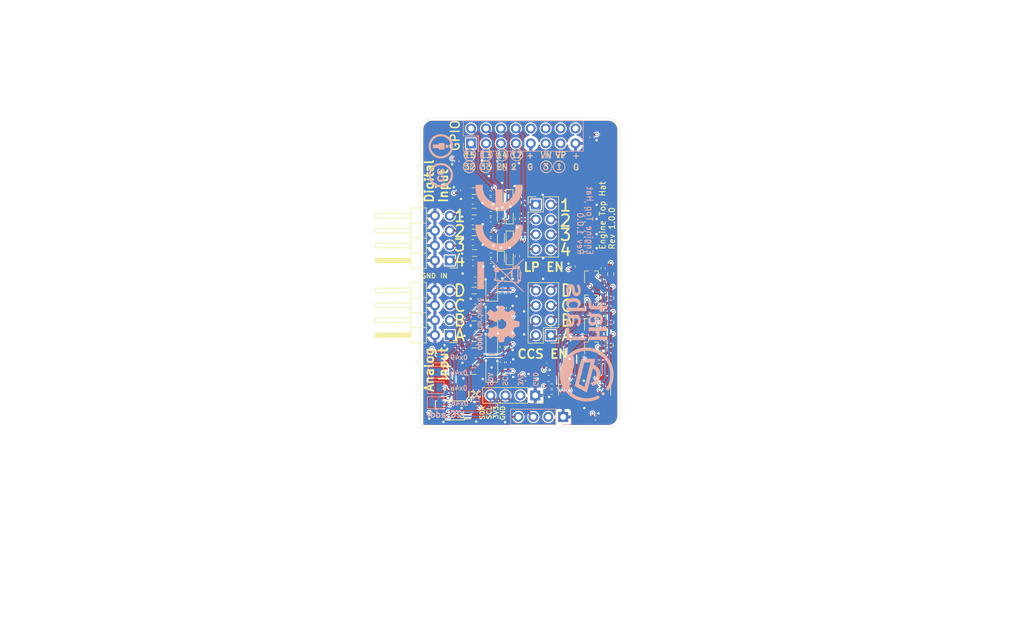
<source format=kicad_pcb>
(kicad_pcb (version 20211014) (generator pcbnew)
  (title_block (title "Engine Top Hat for SH-ESP32") (date "2021-12-31") (rev "1.0.0") (company "Hat Labs Ltd") (comment 1 "https://creativecommons.org/licenses/by-sa/4.0") (comment 2 "To view a copy of this license, visit ") (comment 3 "This design is licensed under CC BY-SA 4.0."))
  (layers (0 "F.Cu" signal) (1 "In1.Cu" power) (2 "In2.Cu" power) (31 "B.Cu" signal) (34 "B.Paste" user) (35 "F.Paste" user) (36 "B.SilkS" user "B.Silkscreen") (37 "F.SilkS" user "F.Silkscreen") (38 "B.Mask" user) (39 "F.Mask" user) (44 "Edge.Cuts" user))
  (net 0 "")
  (net 1 "GND")
  (net 2 "+3V3")
  (net 3 "Net-(C201-Pad1)")
  (net 4 "Net-(C202-Pad1)")
  (net 5 "/Digital input/In1")
  (net 6 "/Digital input/In2")
  (net 7 "/Digital input/In3")
  (net 8 "/Digital input/In4")
  (net 9 "/Digital input/InF1")
  (net 10 "/Digital input/InF2")
  (net 11 "/Digital input/InF3")
  (net 12 "/Digital input/InF4")
  (net 13 "Net-(C309-Pad1)")
  (net 14 "Net-(C310-Pad1)")
  (net 15 "Net-(C311-Pad1)")
  (net 16 "Net-(C312-Pad1)")
  (net 17 "Net-(C203-Pad1)")
  (net 18 "Net-(C204-Pad1)")
  (net 19 "/Analog input/Vin")
  (net 20 "/Analog input/InA")
  (net 21 "/Analog input/InB")
  (net 22 "/Analog input/InC")
  (net 23 "/Analog input/InD")
  (net 24 "/Analog input/InFA")
  (net 25 "/Analog input/InFB")
  (net 26 "/Analog input/InFC")
  (net 27 "/Analog input/InFD")
  (net 28 "/Analog input/ADC_A")
  (net 29 "/Analog input/ADC_B")
  (net 30 "/Analog input/ADC_C")
  (net 31 "/Analog input/ADC_D")
  (net 32 "/DI1")
  (net 33 "/DI2")
  (net 34 "/DI3")
  (net 35 "/DI4")
  (net 36 "/Analog input/SDA")
  (net 37 "/Analog input/IoutA")
  (net 38 "Net-(Q201-Pad1)")
  (net 39 "Net-(Q201-Pad2)")
  (net 40 "/Analog input/IoutB")
  (net 41 "Net-(Q202-Pad1)")
  (net 42 "Net-(Q202-Pad2)")
  (net 43 "/Analog input/IoutC")
  (net 44 "Net-(Q203-Pad1)")
  (net 45 "Net-(Q203-Pad2)")
  (net 46 "/Analog input/IoutD")
  (net 47 "Net-(Q204-Pad1)")
  (net 48 "Net-(Q204-Pad2)")
  (net 49 "/Analog input/ADDR")
  (net 59 "/Analog input/SCL")
  (footprint "Capacitor_SMD:C_0402_1005Metric" (layer "F.Cu") (at 132.2 64.4 90)
    (fp_text reference "C503" hide)
    (fp_text value "100nF" hide)
  )
  (footprint "Package_SO:SOIC-14_3.9x8.7mm_P1.27mm" (layer "F.Cu") (at 153.95 102.3 -90)
    (fp_text reference "U201" hide)
    (fp_text value "LMV324" hide)
  )
  (footprint "Connector_PinHeader_2.54mm:PinHeader_2x04_P2.54mm_Horizontal" (layer "F.Cu") (at 131 93.98 180)
    (fp_text reference "J202" hide)
    (fp_text value "Conn_02x04" hide)
  )
  (footprint "Capacitor_SMD:C_0402_1005Metric" (layer "F.Cu") (at 143.9 101.4 180)
    (fp_text reference "C502" hide)
    (fp_text value "100nF" hide)
  )
  (footprint "Capacitor_SMD:C_0402_1005Metric" (layer "F.Cu") (at 152 82.3 -90)
    (fp_text reference "C504" hide)
    (fp_text value "100nF" hide)
  )
  (footprint "Capacitor_SMD:C_0402_1005Metric" (layer "F.Cu") (at 132.5 69.3 -90)
    (fp_text reference "C507" hide)
    (fp_text value "100nF" hide)
  )
  (footprint "Capacitor_SMD:C_0402_1005Metric" (layer "F.Cu") (at 157.1 90.7 90)
    (fp_text reference "C202" hide)
    (fp_text value "100nF" hide)
  )
  (footprint "Capacitor_SMD:C_0402_1005Metric" (layer "F.Cu") (at 152.6 98 180)
    (fp_text reference "C205" hide)
    (fp_text value "100nF" hide)
  )
  (footprint "Capacitor_SMD:C_0603_1608Metric" (layer "F.Cu") (at 147.8 101.35 180)
    (fp_text reference "C206" hide)
    (fp_text value "68nF" hide)
  )
  (footprint "Package_TO_SOT_SMD:SOT-323_SC-70" (layer "F.Cu") (at 155.1 91.9 90)
    (fp_text reference "Q202" hide)
    (fp_text value "S9015" hide)
  )
  (footprint "Resistor_SMD:R_0402_1005Metric" (layer "F.Cu") (at 157.1 92.7 90)
    (fp_text reference "R202" hide)
    (fp_text value "1k" hide)
  )
  (footprint "Resistor_SMD:R_0603_1608Metric" (layer "F.Cu") (at 158.4 91.8 -90)
    (fp_text reference "R206" hide)
    (fp_text value "30" hide)
  )
  (footprint "Resistor_SMD:R_0402_1005Metric" (layer "F.Cu") (at 148.35 102.65)
    (fp_text reference "R209" hide)
    (fp_text value "1k" hide)
  )
  (footprint "Resistor_SMD:R_0402_1005Metric" (layer "F.Cu") (at 148.35 103.7 180)
    (fp_text reference "R210" hide)
    (fp_text value "10k" hide)
  )
  (footprint "Connector_PinSocket_2.54mm:PinSocket_1x04_P2.54mm_Vertical" (layer "F.Cu") (at 145.55 104.25 -90)
    (fp_text reference "J401" hide)
    (fp_text value "I2C_top" hide)
  )
  (footprint "Capacitor_SMD:C_0402_1005Metric" (layer "F.Cu") (at 155.2 60.32 90)
    (fp_text reference "C506" hide)
    (fp_text value "100nF" hide)
  )
  (footprint "Capacitor_SMD:C_0402_1005Metric" (layer "F.Cu") (at 155.8 108.1 180)
    (fp_text reference "C501" hide)
    (fp_text value "100nF" hide)
  )
  (footprint "Package_TO_SOT_SMD:SOT-323_SC-70" (layer "F.Cu") (at 155.1 95.9 90)
    (fp_text reference "Q201" hide)
    (fp_text value "S9015" hide)
  )
  (footprint "Resistor_SMD:R_0402_1005Metric" (layer "F.Cu") (at 139.95 100.6 -90)
    (fp_text reference "R211" hide)
    (fp_text value "51k" hide)
  )
  (footprint "Capacitor_SMD:C_0402_1005Metric" (layer "F.Cu") (at 157 94.8 90)
    (fp_text reference "C201" hide)
    (fp_text value "100nF" hide)
  )
  (footprint "Capacitor_SMD:C_0402_1005Metric" (layer "F.Cu") (at 140.95 98.6 90)
    (fp_text reference "C215" hide)
    (fp_text value "470nF" hide)
  )
  (footprint "Resistor_SMD:R_0402_1005Metric" (layer "F.Cu") (at 157 96.7 90)
    (fp_text reference "R201" hide)
    (fp_text value "1k" hide)
  )
  (footprint "Resistor_SMD:R_0603_1608Metric" (layer "F.Cu") (at 158.3 95.7 -90)
    (fp_text reference "R205" hide)
    (fp_text value "30" hide)
  )
  (footprint "Capacitor_SMD:C_0603_1608Metric" (layer "F.Cu") (at 134.9 71.15)
    (fp_text reference "C301" hide)
    (fp_text value "33pF/50V" hide)
  )
  (footprint "Capacitor_SMD:C_0603_1608Metric" (layer "F.Cu") (at 134.9 74.7)
    (fp_text reference "C302" hide)
    (fp_text value "33pF/50V" hide)
  )
  (footprint "Capacitor_SMD:C_0603_1608Metric" (layer "F.Cu") (at 134.9 78.2)
    (fp_text reference "C303" hide)
    (fp_text value "33pF/50V" hide)
  )
  (footprint "Capacitor_SMD:C_0603_1608Metric" (layer "F.Cu") (at 134.95 81.7)
    (fp_text reference "C304" hide)
    (fp_text value "33pF/50V" hide)
  )
  (footprint "Capacitor_SMD:C_0402_1005Metric" (layer "F.Cu") (at 137.95 70.85)
    (fp_text reference "C305" hide)
    (fp_text value "33pF" hide)
  )
  (footprint "Capacitor_SMD:C_0402_1005Metric" (layer "F.Cu") (at 137.95 74.35)
    (fp_text reference "C306" hide)
    (fp_text value "33pF" hide)
  )
  (footprint "Capacitor_SMD:C_0402_1005Metric" (layer "F.Cu") (at 137.95 77.9)
    (fp_text reference "C307" hide)
    (fp_text value "33pF" hide)
  )
  (footprint "Capacitor_SMD:C_0402_1005Metric" (layer "F.Cu") (at 137.98 81.4)
    (fp_text reference "C308" hide)
    (fp_text value "33pF" hide)
  )
  (footprint "Capacitor_SMD:C_0603_1608Metric" (layer "F.Cu") (at 154 79.3)
    (fp_text reference "C309" hide)
    (fp_text value "680pF" hide)
  )
  (footprint "Capacitor_SMD:C_0603_1608Metric" (layer "F.Cu") (at 154 76.8)
    (fp_text reference "C310" hide)
    (fp_text value "680pF" hide)
  )
  (footprint "Capacitor_SMD:C_0603_1608Metric" (layer "F.Cu") (at 154 74.2)
    (fp_text reference "C311" hide)
    (fp_text value "680pF" hide)
  )
  (footprint "Capacitor_SMD:C_0603_1608Metric" (layer "F.Cu") (at 154 71.8)
    (fp_text reference "C312" hide)
    (fp_text value "680pF" hide)
  )
  (footprint "Capacitor_SMD:C_0402_1005Metric" (layer "F.Cu") (at 157.1 86.7 90)
    (fp_text reference "C203" hide)
    (fp_text value "100nF" hide)
  )
  (footprint "Capacitor_SMD:C_0402_1005Metric" (layer "F.Cu") (at 157.1 82.6 90)
    (fp_text reference "C204" hide)
    (fp_text value "100nF" hide)
  )
  (footprint "Capacitor_SMD:C_0603_1608Metric" (layer "F.Cu") (at 135.375 98.35)
    (fp_text reference "C207" hide)
    (fp_text value "1uF" hide)
  )
  (footprint "Capacitor_SMD:C_0603_1608Metric" (layer "F.Cu") (at 135.35 93.8)
    (fp_text reference "C208" hide)
    (fp_text value "1uF" hide)
  )
  (footprint "Capacitor_SMD:C_0603_1608Metric" (layer "F.Cu") (at 135.35 89.2)
    (fp_text reference "C209" hide)
    (fp_text value "1uF" hide)
  )
  (footprint "Capacitor_SMD:C_0603_1608Metric" (layer "F.Cu") (at 135.35 84.6)
    (fp_text reference "C210" hide)
    (fp_text value "1uF" hide)
  )
  (footprint "Capacitor_SMD:C_0402_1005Metric" (layer "F.Cu") (at 139.95 98.6 90)
    (fp_text reference "C211" hide)
    (fp_text value "1uF" hide)
  )
  (footprint "Capacitor_SMD:C_0402_1005Metric" (layer "F.Cu") (at 139.95 94 90)
    (fp_text reference "C212" hide)
    (fp_text value "1uF" hide)
  )
  (footprint "Capacitor_SMD:C_0402_1005Metric" (layer "F.Cu") (at 139.95 89.4 90)
    (fp_text reference "C213" hide)
    (fp_text value "1uF" hide)
  )
  (footprint "Capacitor_SMD:C_0402_1005Metric" (layer "F.Cu") (at 139.95 84.8 90)
    (fp_text reference "C214" hide)
    (fp_text value "1uF" hide)
  )
  (footprint "Capacitor_SMD:C_0402_1005Metric" (layer "F.Cu") (at 140.95 94 90)
    (fp_text reference "C216" hide)
    (fp_text value "470nF" hide)
  )
  (footprint "Capacitor_SMD:C_0402_1005Metric" (layer "F.Cu") (at 140.95 89.4 90)
    (fp_text reference "C217" hide)
    (fp_text value "470nF" hide)
  )
  (footprint "Capacitor_SMD:C_0402_1005Metric" (layer "F.Cu") (at 140.95 84.8 90)
    (fp_text reference "C218" hide)
    (fp_text value "470nF" hide)
  )
  (footprint "Capacitor_SMD:C_0402_1005Metric" (layer "F.Cu") (at 128.3 107.7 -90)
    (fp_text reference "C219" hide)
    (fp_text value "100nF" hide)
  )
  (footprint "Diode_SMD:D_SOD-123F" (layer "F.Cu") (at 138.15 99.8 90)
    (fp_text reference "D201" hide)
    (fp_text value "SMF33A" hide)
  )
  (footprint "Diode_SMD:D_SOD-123F" (layer "F.Cu") (at 138.15 95.2 90)
    (fp_text reference "D202" hide)
    (fp_text value "SMF33A" hide)
  )
  (footprint "Diode_SMD:D_SOD-123F" (layer "F.Cu") (at 138.15 90.6 90)
    (fp_text reference "D203" hide)
    (fp_text value "SMF33A" hide)
  )
  (footprint "Diode_SMD:D_SOD-123F" (layer "F.Cu") (at 138.15 86 90)
    (fp_text reference "D204" hide)
    (fp_text value "SMF33A" hide)
  )
  (footprint "Inductor_SMD:L_0805_2012Metric" (layer "F.Cu") (at 135.15 69.45 180)
    (fp_text reference "FB301" hide)
    (fp_text value "GZ2012D101TF" hide)
  )
  (footprint "Inductor_SMD:L_0805_2012Metric" (layer "F.Cu") (at 135.15 72.95 180)
    (fp_text reference "FB302" hide)
    (fp_text value "GZ2012D101TF" hide)
  )
  (footprint "Inductor_SMD:L_0805_2012Metric" (layer "F.Cu") (at 135.15 76.5 180)
    (fp_text reference "FB303" hide)
    (fp_text value "GZ2012D101TF" hide)
  )
  (footprint "Inductor_SMD:L_0805_2012Metric" (layer "F.Cu") (at 135.2 80 180)
    (fp_text reference "FB304" hide)
    (fp_text value "GZ2012D101TF" hide)
  )
  (footprint "Inductor_SMD:L_0805_2012Metric" (layer "F.Cu") (at 135.0875 100.1 180)
    (fp_text reference "FB201" hide)
    (fp_text value "GZ2012D601TF" hide)
  )
  (footprint "Inductor_SMD:L_0805_2012Metric" (layer "F.Cu") (at 135.15 95.6 180)
    (fp_text reference "FB202" hide)
    (fp_text value "GZ2012D601TF" hide)
  )
  (footprint "Inductor_SMD:L_0805_2012Metric" (layer "F.Cu") (at 135.15 91 180)
    (fp_text reference "FB203" hide)
    (fp_text value "GZ2012D601TF" hide)
  )
  (footprint "Inductor_SMD:L_0805_2012Metric" (layer "F.Cu") (at 135.15 86.4 180)
    (fp_text reference "FB204" hide)
    (fp_text value "GZ2012D601TF" hide)
  )
  (footprint "Connector_PinHeader_2.54mm:PinHeader_2x04_P2.54mm_Horizontal" (layer "F.Cu") (at 131 81.28 180)
    (fp_text reference "J301" hide)
    (fp_text value "Conn_02x04_Odd_Even" hide)
  )
  (footprint "Package_TO_SOT_SMD:SOT-323_SC-70" (layer "F.Cu") (at 155.1 87.9 90)
    (fp_text reference "Q203" hide)
    (fp_text value "S9015" hide)
  )
  (footprint "Package_TO_SOT_SMD:SOT-323_SC-70" (layer "F.Cu") (at 155.1 83.8 90)
    (fp_text reference "Q204" hide)
    (fp_text value "S9015" hide)
  )
  (footprint "Resistor_SMD:R_0402_1005Metric" (layer "F.Cu") (at 137.95 69.8 180)
    (fp_text reference "R301" hide)
    (fp_text value "100k" hide)
  )
  (footprint "Resistor_SMD:R_0402_1005Metric" (layer "F.Cu") (at 137.95 73.3 180)
    (fp_text reference "R302" hide)
    (fp_text value "100k" hide)
  )
  (footprint "Resistor_SMD:R_0402_1005Metric" (layer "F.Cu") (at 137.95 76.85 180)
    (fp_text reference "R303" hide)
    (fp_text value "100k" hide)
  )
  (footprint "Resistor_SMD:R_0402_1005Metric" (layer "F.Cu") (at 138 80.35 180)
    (fp_text reference "R304" hide)
    (fp_text value "100k" hide)
  )
  (footprint "Resistor_SMD:R_0402_1005Metric" (layer "F.Cu") (at 157.1 88.7 90)
    (fp_text reference "R203" hide)
    (fp_text value "1k" hide)
  )
  (footprint "Resistor_SMD:R_0402_1005Metric" (layer "F.Cu") (at 157.1 84.6 90)
    (fp_text reference "R204" hide)
    (fp_text value "1k" hide)
  )
  (footprint "Resistor_SMD:R_0603_1608Metric" (layer "F.Cu") (at 158.4 87.7 -90)
    (fp_text reference "R207" hide)
    (fp_text value "30" hide)
  )
  (footprint "Resistor_SMD:R_0603_1608Metric" (layer "F.Cu") (at 158.4 83.6 -90)
    (fp_text reference "R208" hide)
    (fp_text value "30" hide)
  )
  (footprint "Resistor_SMD:R_0402_1005Metric" (layer "F.Cu") (at 140.95 100.6 90)
    (fp_text reference "R212" hide)
    (fp_text value "3.9k" hide)
  )
  (footprint "Resistor_SMD:R_0402_1005Metric" (layer "F.Cu") (at 139.95 96 -90)
    (fp_text reference "R213" hide)
    (fp_text value "51k" hide)
  )
  (footprint "Resistor_SMD:R_0402_1005Metric" (layer "F.Cu") (at 140.95 96 90)
    (fp_text reference "R214" hide)
    (fp_text value "3.9k" hide)
  )
  (footprint "Resistor_SMD:R_0402_1005Metric" (layer "F.Cu") (at 139.95 91.4 -90)
    (fp_text reference "R215" hide)
    (fp_text value "51k" hide)
  )
  (footprint "Resistor_SMD:R_0402_1005Metric" (layer "F.Cu") (at 140.95 91.4 90)
    (fp_text reference "R216" hide)
    (fp_text value "3.9k" hide)
  )
  (footprint "Resistor_SMD:R_0402_1005Metric" (layer "F.Cu") (at 139.95 86.8 -90)
    (fp_text reference "R217" hide)
    (fp_text value "51k" hide)
  )
  (footprint "Resistor_SMD:R_0402_1005Metric" (layer "F.Cu") (at 140.95 86.8 90)
    (fp_text reference "R218" hide)
    (fp_text value "3.9k" hide)
  )
  (footprint "Package_SO:TSSOP-10_3x3mm_P0.5mm" (layer "F.Cu") (at 131.85 106.8 180)
    (fp_text reference "U202" hide)
    (fp_text value "ADS1115IDGS" hide)
  )
  (footprint "Diode_SMD:D_SOD-523" (layer "F.Cu") (at 139.65 70.35 90)
    (fp_text reference "D301" hide)
    (fp_text value "MSK4005" hide)
  )
  (footprint "Diode_SMD:D_SOD-523" (layer "F.Cu") (at 141.15 70.35 -90)
    (fp_text reference "D302" hide)
    (fp_text value "MSK4005" hide)
  )
  (footprint "Diode_SMD:D_SOD-523" (layer "F.Cu") (at 139.7 73.9 -90)
    (fp_text reference "D303" hide)
    (fp_text value "MSK4005" hide)
  )
  (footprint "Diode_SMD:D_SOD-523" (layer "F.Cu") (at 141.2 73.9 90)
    (fp_text reference "D304" hide)
    (fp_text value "MSK4005" hide)
  )
  (footprint "Diode_SMD:D_SOD-523" (layer "F.Cu") (at 139.7 77.4 90)
    (fp_text reference "D305" hide)
    (fp_text value "MSK4005" hide)
  )
  (footprint "Diode_SMD:D_SOD-523" (layer "F.Cu") (at 141.2 77.4 -90)
    (fp_text reference "D306" hide)
    (fp_text value "MSK4005" hide)
  )
  (footprint "Diode_SMD:D_SOD-523" (layer "F.Cu") (at 139.7 80.85 -90)
    (fp_text reference "D307" hide)
    (fp_text value "MSK4005" hide)
  )
  (footprint "Diode_SMD:D_SOD-523" (layer "F.Cu") (at 141.2 80.85 90)
    (fp_text reference "D308" hide)
    (fp_text value "MSK4005" hide)
  )
  (footprint "Connector_PinHeader_2.54mm:PinHeader_2x04_P2.54mm_Vertical" (layer "F.Cu") (at 145.65 71.75)
    (fp_text reference "J302" hide)
    (fp_text value "Conn_02x04_Odd_Even" hide)
  )
  (footprint "Connector_PinHeader_2.54mm:PinHeader_2x04_P2.54mm_Vertical" (layer "F.Cu") (at 148.2 94 180)
    (fp_text reference "J201" hide)
    (fp_text value "Conn_02x04_Odd_Even" hide)
  )
  (footprint "Resistor_SMD:R_0402_1005Metric" (layer "F.Cu") (at 142.45 70.65 -90)
    (fp_text reference "R305" hide)
    (fp_text value "1M" hide)
  )
  (footprint "Resistor_SMD:R_0402_1005Metric" (layer "F.Cu") (at 142.5 74.2 90)
    (fp_text reference "R306" hide)
    (fp_text value "1M" hide)
  )
  (footprint "Resistor_SMD:R_0402_1005Metric" (layer "F.Cu") (at 142.5 77.1 -90)
    (fp_text reference "R307" hide)
    (fp_text value "1M" hide)
  )
  (footprint "Resistor_SMD:R_0402_1005Metric" (layer "F.Cu") (at 142.5 80.55 90)
    (fp_text reference "R308" hide)
    (fp_text value "1M" hide)
  )
  (footprint "Capacitor_SMD:C_0402_1005Metric" (layer "F.Cu") (at 147.5 99.1 180)
    (fp_text reference "C505" hide)
    (fp_text value "100nF" hide)
  )
  (footprint "kikit:Tab" (layer "F.Cu") (at 125.75 102.2)
    (fp_text reference "REF**" hide)
    (fp_text value "Tab")
  )
  (footprint "kikit:Tab" (layer "F.Cu") (at 143.4 56.75 -90)
    (fp_text reference "REF**" hide)
    (fp_text value "Tab")
  )
  (footprint "kikit:Tab" (layer "F.Cu") (at 160.25 67.7 180)
    (fp_text reference "REF**" hide)
    (fp_text value "Tab")
  )
  (footprint "kikit:Tab" (layer "F.Cu") (at 143.4 109.95 90)
    (fp_text reference "REF**" hide)
    (fp_text value "Tab")
  )
  (footprint "Connector_PinHeader_2.54mm:PinHeader_1x04_P2.54mm_Vertical" (layer "B.Cu") (at 150.3 107.91 90)
    (fp_text reference "J402" hide)
    (fp_text value "I2C_bottom" hide)
  )
  (footprint "Connector_PinSocket_2.54mm:PinSocket_2x08_P2.54mm_Vertical" (layer "B.Cu") (at 134.62 61.34 -90)
    (fp_text reference "J403" hide)
    (fp_text value "GPIO subset" hide)
  )
  (footprint "Jumper:SolderJumper-2_P1.3mm_Open_Pad1.0x1.5mm" (layer "B.Cu") (at 128.6 102.9)
    (fp_text reference "JP203" hide)
    (fp_text value "Open" hide)
  )
  (footprint "Jumper:SolderJumper-2_P1.3mm_Open_Pad1.0x1.5mm" (layer "B.Cu") (at 128.6 97.7)
    (fp_text reference "JP201" hide)
    (fp_text value "Open" hide)
  )
  (footprint "Jumper:SolderJumper-2_P1.3mm_Bridged2Bar_RoundedPad1.0x1.5mm" (layer "B.Cu") (at 128.6 100.3)
    (fp_text reference "JP202" hide)
    (fp_text value "Bridged" hide)
  )
  (footprint "Jumper:SolderJumper-2_P1.3mm_Open_Pad1.0x1.5mm" (layer "B.Cu") (at 128.6 105.5)
    (fp_text reference "JP204" hide)
    (fp_text value "Open" hide)
  )
  (footprint "Symbol:WEEE-Logo_5.6x8mm_SilkScreen" (layer "B.Cu") (at 139.7 83.8 90)
    (fp_text reference "G503" hide)
    (fp_text value "WEEE-logo" hide)
  )
  (footprint "Symbol:OSHW-Logo2_9.8x8mm_SilkScreen" (layer "B.Cu") (at 139.15 92.1 90)
    (fp_text reference "G504" hide)
    (fp_text value "OSHW-logo" hide)
  )
  (footprint "Symbol:CE-Logo_11.2x8mm_SilkScreen" (layer "B.Cu") (at 139.4 74 90)
    (fp_text reference "G502" hide)
    (fp_text value "CE-logo" hide)
  )
  (footprint "SH-ESP32-tank-hat:cc-by_5mm" (layer "B.Cu") (at 129.4 64.3 90)
    (fp_text reference "G501" hide)
    (fp_text value "CC-BY" hide)
  )
  (footprint "SH-ESP32-tank-hat:Hat_Labs_20mm" (layer "B.Cu") (at 154.3 95.3 90)
    (fp_text reference "G505" hide)
    (fp_text value "HL-Logo" hide)
  )
  (gr_circle (center 147.4 65.35) (end 148.4 65.35) (layer "B.SilkS") (width 0.12) (fill none))
  (gr_circle (center 149.6 65.35) (end 150.6 65.35) (layer "B.SilkS") (width 0.12) (fill none))
  (gr_circle (center 137.1 65.35) (end 138.1 65.35) (layer "B.SilkS") (width 0.12) (fill none))
  (gr_circle (center 134.3 65.35) (end 135.3 65.35) (layer "B.SilkS") (width 0.12) (fill none))
  (gr_circle (center 134.4 63.3) (end 135.4 63.3) (layer "B.SilkS") (width 0.12) (fill none))
  (gr_circle (center 137.2 63.3) (end 138.2 63.3) (layer "B.SilkS") (width 0.12) (fill none))
  (gr_circle (center 139.9 63.3) (end 140.9 63.3) (layer "B.SilkS") (width 0.12) (fill none))
  (gr_circle (center 142.4 63.3) (end 143.4 63.3) (layer "B.SilkS") (width 0.12) (fill none))
  (gr_circle (center 149.6 65.3) (end 150.6 65.3) (layer "F.SilkS") (width 0.12) (fill none))
  (gr_circle (center 147.4 65.3) (end 148.4 65.3) (layer "F.SilkS") (width 0.12) (fill none))
  (gr_circle (center 137.1 65.3) (end 138.1 65.3) (layer "F.SilkS") (width 0.12) (fill none))
  (gr_circle (center 134.3 65.3) (end 135.3 65.3) (layer "F.SilkS") (width 0.12) (fill none))
  (gr_circle (center 134.4 63.3) (end 135.4 63.3) (layer "F.SilkS") (width 0.12) (fill none))
  (gr_circle (center 142.4 63.3) (end 143.4 63.3) (layer "F.SilkS") (width 0.12) (fill none))
  (gr_circle (center 139.9 63.3) (end 140.9 63.3) (layer "F.SilkS") (width 0.12) (fill none))
  (gr_circle (center 137.2 63.3) (end 138.2 63.3) (layer "F.SilkS") (width 0.12) (fill none))
  (gr_line (start 158 57) (end 143 57) (layer "Edge.Cuts") (width 0.05))
  (gr_line (start 126 109.75) (end 158 109.75) (layer "Edge.Cuts") (width 0.05))
  (gr_arc (start 160 107.75) (mid 159.414214 109.164214) (end 158 109.75) (layer "Edge.Cuts") (width 0.05))
  (gr_line (start 126 109.75) (end 126 59) (layer "Edge.Cuts") (width 0.05))
  (gr_line (start 160 107.75) (end 160 74) (layer "Edge.Cuts") (width 0.05))
  (gr_arc (start 158 57) (mid 159.414214 57.585786) (end 160 59) (layer "Edge.Cuts") (width 0.05))
  (gr_line (start 128 57) (end 143 57) (layer "Edge.Cuts") (width 0.05))
  (gr_line (start 160 74) (end 160 59) (layer "Edge.Cuts") (width 0.05))
  (gr_arc (start 126 59) (mid 126.585786 57.585786) (end 128 57) (layer "Edge.Cuts") (width 0.05))
  (gr_text "+" (at 152.5 63.4) (layer "B.SilkS") (effects (font (size 1 1) (thickness 0.16)) (justify mirror)))
  (gr_text "G" (at 152.5 65.35) (layer "B.SilkS") (effects (font (size 1 1) (thickness 0.16)) (justify mirror)))
  (gr_text "G" (at 144.7 65.45) (layer "B.SilkS") (effects (font (size 1 1) (thickness 0.16)) (justify mirror)))
  (gr_text "+" (at 144.7 63.4) (layer "B.SilkS") (effects (font (size 1 1) (thickness 0.16)) (justify mirror)))
  (gr_text "13" (at 137.2 63.35) (layer "B.SilkS") (effects (font (size 1 1) (thickness 0.16)) (justify mirror)))
  (gr_text "12" (at 142.4 63.35) (layer "B.SilkS") (effects (font (size 1 1) (thickness 0.16)) (justify mirror)))
  (gr_text "14" (at 139.9 63.35) (layer "B.SilkS") (effects (font (size 1 1) (thickness 0.16)) (justify mirror)))
  (gr_text "33" (at 137.1 65.35) (layer "B.SilkS") (effects (font (size 1 1) (thickness 0.16)) (justify mirror)))
  (gr_text "32" (at 134.3 65.35) (layer "B.SilkS") (effects (font (size 1 1) (thickness 0.16)) (justify mirror)))
  (gr_text "VN" (at 147.4 63.45) (layer "B.SilkS") (effects (font (size 1 1) (thickness 0.16)) (justify mirror)))
  (gr_text "VP" (at 149.8 63.35) (layer "B.SilkS") (effects (font (size 1 1) (thickness 0.16)) (justify mirror)))
  (gr_text "EN" (at 139.9 65.45) (layer "B.SilkS") (effects (font (size 1 1) (thickness 0.16)) (justify mirror)))
  (gr_text "15" (at 134.3 63.35) (layer "B.SilkS") (effects (font (size 1 1) (thickness 0.16)) (justify mirror)))
  (gr_text "2" (at 141.9 65.35) (layer "B.SilkS") (effects (font (size 1 1) (thickness 0.16)) (justify mirror)))
  (gr_text "3" (at 147.3 65.35) (layer "B.SilkS") (effects (font (size 1 1) (thickness 0.16)) (justify mirror)))
  (gr_text "1" (at 149.6 65.35) (layer "B.SilkS") (effects (font (size 1 1) (thickness 0.16)) (justify mirror)))
  (gr_text "I2C" (at 135.4 104.3 270) (layer "B.SilkS") (effects (font (size 1 1) (thickness 0.2)) (justify mirror)))
  (gr_text "GND" (at 145.6 101.5 270) (layer "B.SilkS") (effects (font (size 0.8 0.8) (thickness 0.16)) (justify mirror)))
  (gr_text "3V3" (at 143 101.5 270) (layer "B.SilkS") (effects (font (size 0.8 0.8) (thickness 0.16)) (justify mirror)))
  (gr_text "SDA" (at 137.9 101.5 270) (layer "B.SilkS") (effects (font (size 0.8 0.8) (thickness 0.16)) (justify mirror)))
  (gr_text "SCL" (at 140.4 101.5 270) (layer "B.SilkS") (effects (font (size 0.8 0.8) (thickness 0.16)) (justify mirror)))
  (gr_text "0x49" (at 131 97.8) (layer "B.SilkS") (effects (font (size 0.8 0.8) (thickness 0.16)) (justify right mirror)))
  (gr_text "0x4b" (at 131 100.4) (layer "B.SilkS") (effects (font (size 0.8 0.8) (thickness 0.16)) (justify right mirror)))
  (gr_text "0x48" (at 131.1 105.6) (layer "B.SilkS") (effects (font (size 0.8 0.8) (thickness 0.16)) (justify right mirror)))
  (gr_text "I2C addr" (at 130.3 107.5) (layer "B.SilkS") (effects (font (size 1 1) (thickness 0.2)) (justify mirror)))
  (gr_text "0x4a" (at 131 103) (layer "B.SilkS") (effects (font (size 0.8 0.8) (thickness 0.16)) (justify right mirror)))
  (gr_text "Engine Top Hat\nRev 1.0.0" (at 154 80.4 -90) (layer "B.SilkS") (effects (font (size 1 1) (thickness 0.16)) (justify left mirror)))
  (gr_text "SCL" (at 137.7 107.2 90) (layer "F.SilkS") (effects (font (size 0.8 0.8) (thickness 0.16))))
  (gr_text "SDA" (at 136.55 107.25 90) (layer "F.SilkS") (effects (font (size 0.8 0.8) (thickness 0.16))))
  (gr_text "3V3" (at 138.85 107.15 90) (layer "F.SilkS") (effects (font (size 0.8 0.8) (thickness 0.16))))
  (gr_text "GND" (at 140 107.25 90) (layer "F.SilkS") (effects (font (size 0.8 0.8) (thickness 0.16))))
  (gr_text "B" (at 132.7 91.5) (layer "F.SilkS") (effects (font (size 2 2) (thickness 0.3))))
  (gr_text "GPIO" (at 131.9 60 90) (layer "F.SilkS") (effects (font (size 1.5 1.5) (thickness 0.24))))
  (gr_text "+" (at 152.5 63.4) (layer "F.SilkS") (effects (font (size 1 1) (thickness 0.16))))
  (gr_text "+" (at 144.65 63.35) (layer "F.SilkS") (effects (font (size 1 1) (thickness 0.16))))
  (gr_text "G" (at 152.5 65.4) (layer "F.SilkS") (effects (font (size 1 1) (thickness 0.16))))
  (gr_text "G" (at 144.65 65.35) (layer "F.SilkS") (effects (font (size 1 1) (thickness 0.16))))
  (gr_text "3" (at 147.4 65.35) (layer "F.SilkS") (effects (font (size 1 1) (thickness 0.16))))
  (gr_text "1" (at 149.65 65.35) (layer "F.SilkS") (effects (font (size 1 1) (thickness 0.16))))
  (gr_text "2" (at 141.9 65.35) (layer "F.SilkS") (effects (font (size 1 1) (thickness 0.16))))
  (gr_text "15" (at 134.4 63.35) (layer "F.SilkS") (effects (font (size 1 1) (thickness 0.16))))
  (gr_text "EN" (at 139.9 65.35) (layer "F.SilkS") (effects (font (size 1 1) (thickness 0.16))))
  (gr_text "VP" (at 149.9 63.35) (layer "F.SilkS") (effects (font (size 1 1) (thickness 0.16))))
  (gr_text "VN" (at 147.4 63.35) (layer "F.SilkS") (effects (font (size 1 1) (thickness 0.16))))
  (gr_text "32" (at 134.4 65.35) (layer "F.SilkS") (effects (font (size 1 1) (thickness 0.16))))
  (gr_text "33" (at 137.15 65.35) (layer "F.SilkS") (effects (font (size 1 1) (thickness 0.16))))
  (gr_text "14" (at 139.9 63.35) (layer "F.SilkS") (effects (font (size 1 1) (thickness 0.16))))
  (gr_text "12" (at 142.4 63.35) (layer "F.SilkS") (effects (font (size 1 1) (thickness 0.16))))
  (gr_text "13" (at 137.15 63.35) (layer "F.SilkS") (effects (font (size 1 1) (thickness 0.16))))
  (gr_text "GND" (at 127.4 83.9) (layer "F.SilkS") (effects (font (size 0.8 0.8) (thickness 0.16))))
  (gr_text "Engine Top Hat\nRev 1.0.0" (at 157.8 79.5 90) (layer "F.SilkS") (effects (font (size 1 1) (thickness 0.16)) (justify left)))
  (gr_text "C" (at 132.7 89) (layer "F.SilkS") (effects (font (size 2 2) (thickness 0.3))))
  (gr_text "D" (at 132.7 86.4) (layer "F.SilkS") (effects (font (size 2 2) (thickness 0.3))))
  (gr_text "IN" (at 130 83.9) (layer "F.SilkS") (effects (font (size 0.8 0.8) (thickness 0.16))))
  (gr_text "1" (at 132.7 73.7) (layer "F.SilkS") (effects (font (size 2 2) (thickness 0.3))))
  (gr_text "Analog\nInput" (at 128.7 95.9 90) (layer "F.SilkS") (effects (font (size 1.5 1.5) (thickness 0.3)) (justify right)))
  (gr_text "I2C" (at 135.2 104.1) (layer "F.SilkS") (effects (font (size 1 1) (thickness 0.2))))
  (gr_text "B" (at 150.9 91.5) (layer "F.SilkS") (effects (font (size 2 2) (thickness 0.3))))
  (gr_text "A" (at 150.9 94) (layer "F.SilkS") (effects (font (size 2 2) (thickness 0.3))))
  (gr_text "C" (at 150.9 89) (layer "F.SilkS") (effects (font (size 2 2) (thickness 0.3))))
  (gr_text "D" (at 150.9 86.4) (layer "F.SilkS") (effects (font (size 2 2) (thickness 0.3))))
  (gr_text "1" (at 150.7 71.9) (layer "F.SilkS") (effects (font (size 2 2) (thickness 0.3))))
  (gr_text "3" (at 150.7 76.9) (layer "F.SilkS") (effects (font (size 2 2) (thickness 0.3))))
  (gr_text "4" (at 150.7 79.5) (layer "F.SilkS") (effects (font (size 2 2) (thickness 0.3))))
  (gr_text "2" (at 150.7 74.5) (layer "F.SilkS") (effects (font (size 2 2) (thickness 0.3))))
  (gr_text "3" (at 132.7 78.7) (layer "F.SilkS") (effects (font (size 2 2) (thickness 0.3))))
  (gr_text "4" (at 132.7 81.3) (layer "F.SilkS") (effects (font (size 2 2) (thickness 0.3))))
  (gr_text "LP EN" (at 147 82.4) (layer "F.SilkS") (effects (font (size 1.5 1.5) (thickness 0.3))))
  (gr_text "A" (at 132.7 94) (layer "F.SilkS") (effects (font (size 2 2) (thickness 0.3))))
  (gr_text "CCS EN" (at 146.8 97.2) (layer "F.SilkS") (effects (font (size 1.5 1.5) (thickness 0.3))))
  (gr_text "Digital\nInput" (at 128.7 71.6 90) (layer "F.SilkS") (effects (font (size 1.5 1.5) (thickness 0.3)) (justify left)))
  (gr_text "2" (at 132.7 76.3) (layer "F.SilkS") (effects (font (size 2 2) (thickness 0.3))))
  (segment (start 147.98 99.1) (end 147.98 99.88) (width 0.4) (layer "F.Cu") (net 1))
  (segment (start 136.25 71.15) (end 136.6 71.5) (width 0.4) (layer "F.Cu") (net 1))
  (segment (start 139.38 88.92) (end 139.1 89.2) (width 0.4) (layer "F.Cu") (net 1))
  (segment (start 137.2 84.6) (end 137.1 84.5) (width 0.4) (layer "F.Cu") (net 1))
  (segment (start 136.125 84.6) (end 137 84.6) (width 0.4) (layer "F.Cu") (net 1))
  (segment (start 141.62 88.92) (end 141.7 89) (width 0.4) (layer "F.Cu") (net 1))
  (segment (start 139.95 84.32) (end 139.94701 84.32) (width 0.4) (layer "F.Cu") (net 1))
  (segment (start 136.125 89.2) (end 137.1 89.2) (width 0.4) (layer "F.Cu") (net 1))
  (segment (start 138.15 84.6) (end 137.2 84.6) (width 0.4) (layer "F.Cu") (net 1))
  (segment (start 139.932536 84.32701) (end 139.94 84.32701) (width 0.4) (layer "F.Cu") (net 1))
  (segment (start 154.775 76.8) (end 156 76.8) (width 0.4) (layer "F.Cu") (net 1))
  (segment (start 141.2 78.1) (end 141.2 79.1) (width 0.4) (layer "F.Cu") (net 1))
  (segment (start 138.43 71.662501) (end 138.378982 71.713519) (width 0.4) (layer "F.Cu") (net 1))
  (segment (start 144.38 101.4) (end 144.38 100.62) (width 0.4) (layer "F.Cu") (net 1))
  (segment (start 127.52 108.18) (end 127.5 108.2) (width 0.4) (layer "F.Cu") (net 1))
  (segment (start 136.1 81.7) (end 136.7 82.3) (width 0.4) (layer "F.Cu") (net 1))
  (segment (start 138.43 70.85) (end 138.43 71.662501) (width 0.4) (layer "F.Cu") (net 1))
  (segment (start 140.95 88.92) (end 141.62 88.92) (width 0.4) (layer "F.Cu") (net 1))
  (segment (start 140.95 88.92) (end 139.95 88.92) (width 0.4) (layer "F.Cu") (net 1))
  (segment (start 133.4 106.8) (end 133 106.4) (width 0.2) (layer "F.Cu") (net 1))
  (segment (start 141.2 72.22701) (end 141.32701 72.1) (width 0.4) (layer "F.Cu") (net 1))
  (segment (start 134 106.8) (end 133.4 106.8) (width 0.2) (layer "F.Cu") (net 1))
  (segment (start 141.15 71.05) (end 141.15 71.92299) (width 0.4) (layer "F.Cu") (net 1))
  (segment (start 138.15 93.8) (end 139.1 93.8) (width 0.4) (layer "F.Cu") (net 1))
  (segment (start 141.784011 98.12) (end 141.8 98.104011) (width 0.4) (layer "F.Cu") (net 1))
  (segment (start 135.675 78.2) (end 136.2 78.2) (width 0.4) (layer "F.Cu") (net 1))
  (segment (start 140.95 84.32) (end 139.95 84.32) (width 0.4) (layer "F.Cu") (net 1))
  (segment (start 144.38 100.62) (end 144.4 100.6) (width 0.4) (layer "F.Cu") (net 1))
  (segment (start 138.15 98.4) (end 138.15 99.45) (width 0.4) (layer "F.Cu") (net 1))
  (segment (start 155.9 79.3) (end 156 79.2) (width 0.4) (layer "F.Cu") (net 1))
  (segment (start 141.2 73.2) (end 141.2 72.22701) (width 0.4) (layer "F.Cu") (net 1))
  (segment (start 137.15 98.35) (end 138.1 98.35) (width 0.4) (layer "F.Cu") (net 1))
  (segment (start 139.95 93.52) (end 139.38 93.52) (width 0.4) (layer "F.Cu") (net 1))
  (segment (start 156.28 108.1) (end 156.28 107.32) (width 0.4) (layer "F.Cu") (net 1))
  (segment (start 137 84.6) (end 137.1 84.5) (width 0.4) (layer "F.Cu") (net 1))
  (segment (start 138.15 93.8) (end 137.1 93.8) (width 0.4) (layer "F.Cu") (net 1))
  (segment (start 135.675 74.7) (end 136.2 74.7) (width 0.4) (layer "F.Cu") (net 1))
  (segment (start 139.95 98.12) (end 140.95 98.12) (width 0.4) (layer "F.Cu") (net 1))
  (segment (start 132.2 64.88) (end 131.42 64.88) (width 0.4) (layer "F.Cu") (net 1))
  (segment (start 140.95 93.52) (end 139.95 93.52) (width 0.4) (layer "F.Cu") (net 1))
  (segment (start 138.15 84.6) (end 138.677011 85.127011) (width 0.4) (layer "F.Cu") (net 1))
  (segment (start 139.1 98.4) (end 139.67 98.4) (width 0.4) (layer "F.Cu") (net 1))
  (segment (start 138.15 89.2) (end 137.1 89.2) (width 0.4) (layer "F.Cu") (net 1))
  (segment (start 147.84 104.44) (end 147.9 104.5) (width 0.4) (layer "F.Cu") (net 1))
  (segment (start 138.15 99.45) (end 138.1 99.5) (width 0.4) (layer "F.Cu") (net 1))
  (segment (start 138.46 82.26) (end 138.5 82.3) (width 0.4) (layer "F.Cu") (net 1))
  (segment (start 139.95 88.92) (end 139.38 88.92) (width 0.4) (layer "F.Cu") (net 1))
  (segment (start 155.98 60.8) (end 156 60.82) (width 0.4) (layer "F.Cu") (net 1))
  (segment (start 138.46 81.4) (end 138.46 82.26) (width 0.4) (layer "F.Cu") (net 1))
  (segment (start 153.95 104.775) (end 153.95 106.35) (width 0.4) (layer "F.Cu") (net 1))
  (segment (start 141.69 96.51) (end 141.7 96.5) (width 0.4) (layer "F.Cu") (net 1))
  (segment (start 135.725 81.7) (end 136.1 81.7) (width 0.4) (layer "F.Cu") (net 1))
  (segment (start 135.675 71.15) (end 136.25 71.15) (width 0.4) (layer "F.Cu") (net 1))
  (segment (start 154.775 79.3) (end 155.9 79.3) (width 0.4) (layer "F.Cu") (net 1))
  (segment (start 152.12 98) (end 151.4 98) (width 0.4) (layer "F.Cu") (net 1))
  (segment (start 154.775 74.2) (end 156 74.2) (width 0.4) (layer "F.Cu") (net 1))
  (segment (start 136.2 78.2) (end 136.6 78.6) (width 0.4) (layer "F.Cu") (net 1))
  (segment (start 151.22 81.82) (end 151.2 81.8) (width 0.4) (layer "F.Cu") (net 1))
  (segment (start 131.72 68.82) (end 131.7 68.8) (width 0.4) (layer "F.Cu") (net 1))
  (segment (start 139.38 93.52) (end 139.2 93.7) (width 0.4) (layer "F.Cu") (net 1))
  (segment (start 140.95 98.12) (end 141.784011 98.12) (width 0.4) (layer "F.Cu") (net 1))
  (segment (start 138.15 89.2) (end 139.1 89.2) (width 0.4) (layer "F.Cu") (net 1))
  (segment (start 147.84 103.7) (end 147.84 104.44) (width 0.4) (layer "F.Cu") (net 1))
  (segment (start 141.62 93.52) (end 141.7 93.6) (width 0.4) (layer "F.Cu") (net 1))
  (segment (start 136.2 74.7) (end 136.6 75.1) (width 0.4) (layer "F.Cu") (net 1))
  (segment (start 136.125 93.8) (end 137.1 93.8) (width 0.4) (layer "F.Cu") (net 1))
  (segment (start 147.98 99.88) (end 148 99.9) (width 0.4) (layer "F.Cu") (net 1))
  (segment (start 140.95 84.32) (end 141.62 84.32) (width 0.4) (layer "F.Cu") (net 1))
  (segment (start 155.2 60.8) (end 155.98 60.8) (width 0.4) (layer "F.Cu") (net 1))
  (segment (start 146.05 101.35) (end 146 101.4) (width 0.4) (layer "F.Cu") (net 1))
  (segment (start 141.62 84.32) (end 141.7 84.4) (width 0.4) (layer "F.Cu") (net 1))
  (segment (start 140.95 93.52) (end 141.62 93.52) (width 0.4) (layer "F.Cu") (net 1))
  (segment (start 139.132535 85.127011) (end 139.932536 84.32701) (width 0.4) (layer "F.Cu") (net 1))
  (segment (start 138.43 75.17) (end 138.4 75.2) (width 0.4) (layer "F.Cu") (net 1))
  (segment (start 138.677011 85.127011) (end 139.132535 85.127011) (width 0.4) (layer "F.Cu") (net 1))
  (segment (start 154.775 71.8) (end 156 71.8) (width 0.4) (layer "F.Cu") (net 1))
  (segment (start 132.5 68.82) (end 131.72 68.82) (width 0.4) (layer "F.Cu") (net 1))
  (segment (start 128.3 108.18) (end 127.52 108.18) (width 0.4) (layer "F.Cu") (net 1))
  (segment (start 141.79 101.11) (end 141.8 101.1) (width 0.4) (layer "F.Cu") (net 1))
  (segment (start 138.43 77.9) (end 138.43 78.67) (width 0.4) (layer "F.Cu") (net 1))
  (segment (start 131.42 64.88) (end 131.4 64.9) (width 0.4) (layer "F.Cu") (net 1))
  (segment (start 153.95 106.35) (end 153.9 106.4) (width 0.4) (layer "F.Cu") (net 1))
  (segment (start 138.43 74.35) (end 138.43 75.17) (width 0.4) (layer "F.Cu") (net 1))
  (segment (start 140.95 101.11) (end 141.79 101.11) (width 0.4) (layer "F.Cu") (net 1))
  (segment (start 138.15 98.4) (end 139.1 98.4) (width 0.4) (layer "F.Cu") (net 1))
  (segment (start 152 81.82) (end 151.22 81.82) (width 0.4) (layer "F.Cu") (net 1))
  (segment (start 139.67 98.4) (end 139.95 98.12) (width 0.4) (layer "F.Cu") (net 1))
  (segment (start 156.28 107.32) (end 156.3 107.3) (width 0.4) (layer "F.Cu") (net 1))
  (segment (start 140.95 96.51) (end 141.69 96.51) (width 0.4) (layer "F.Cu") (net 1))
  (segment (start 141.2 80.15) (end 141.2 79.1) (width 0.4) (layer "F.Cu") (net 1))
  (segment (start 141.15 71.92299) (end 141.32701 72.1) (width 0.4) (layer "F.Cu") (net 1))
  (segment (start 139.94701 84.32) (end 139.94 84.32701) (width 0.4) (layer "F.Cu") (net 1))
  (segment (start 147.025 101.35) (end 146.05 101.35) (width 0.4) (layer "F.Cu") (net 1))
  (segment (start 139.1 93.8) (end 139.2 93.7) (width 0.4) (layer "F.Cu") (net 1))
  (segment (start 138.43 78.67) (end 138.4 78.7) (width 0.4) (layer "F.Cu") (net 1))
  (segment (start 138.1 98.35) (end 138.15 98.4) (width 0.4) (layer "F.Cu") (net 1))
  (segment (start 136.15 98.35) (end 137.15 98.35) (width 0.4) (layer "F.Cu") (net 1))
  (via (at 148 99.9) (size 0.6) (drill 0.4) (layers "F.Cu" "B.Cu") (net 1))
  (via (at 141.7 93.6) (size 0.6) (drill 0.4) (layers "F.Cu" "B.Cu") (net 1))
  (via (at 156 74.2) (size 0.8) (drill 0.4) (layers "F.Cu" "B.Cu") (net 1))
  (via (at 142.75 64.7) (size 0.6) (drill 0.4) (layers "F.Cu" "B.Cu") (net 1))
  (via (at 156.3 107.3) (size 0.6) (drill 0.4) (layers "F.Cu" "B.Cu") (net 1))
  (via (at 146.9 80.9) (size 0.6) (drill 0.4) (layers "F.Cu" "B.Cu") (net 1))
  (via (at 151.4 98) (size 0.6) (drill 0.4) (layers "F.Cu" "B.Cu") (net 1))
  (via (at 141.7 84.4) (size 0.6) (drill 0.4) (layers "F.Cu" "B.Cu") (net 1))
  (via (at 147.9 104.5) (size 0.6) (drill 0.4) (layers "F.Cu" "B.Cu") (net 1))
  (via (at 143.65 89.95) (size 0.6) (drill 0.4) (layers "F.Cu" "B.Cu") (net 1))
  (via (at 153.9 106.4) (size 0.6) (drill 0.4) (layers "F.Cu" "B.Cu") (net 1))
  (via (at 136.45 64.25) (size 0.6) (drill 0.4) (layers "F.Cu" "B.Cu") (net 1))
  (via (at 133.1 73.8) (size 0.6) (drill 0.4) (layers "F.Cu" "B.Cu") (net 1))
  (via (at 134.55 87.8) (size 0.6) (drill 0.4) (layers "F.Cu" "B.Cu") (net 1))
  (via (at 133.15 98.7) (size 0.6) (drill 0.4) (layers "F.Cu" "B.Cu") (net 1))
  (via (at 133 106.4) (size 0.6) (drill 0.4) (layers "F.Cu" "B.Cu") (net 1))
  (via (at 138.378982 71.713519) (size 0.6) (drill 0.4) (layers "F.Cu" "B.Cu") (net 1))
  (via (at 144.4 100.6) (size 0.6) (drill 0.4) (layers "F.Cu" "B.Cu") (net 1))
  (via (at 139.1 98.4) (size 0.6) (drill 0.4) (layers "F.Cu" "B.Cu") (net 1))
  (via (at 137.65 66.9) (size 0.6) (drill 0.4) (layers "F.Cu" "B.Cu") (net 1))
  (via (at 139.94 84.32701) (size 0.6) (drill 0.4) (layers "F.Cu" "B.Cu") (net 1))
  (via (at 142.5 75.65) (size 0.6) (drill 0.4) (layers "F.Cu" "B.Cu") (net 1))
  (via (at 139.9 68.05) (size 0.6) (drill 0.4) (layers "F.Cu" "B.Cu") (net 1))
  (via (at 131.4 64.9) (size 0.6) (drill 0.4) (layers "F.Cu" "B.Cu") (net 1))
  (via (at 136.6 78.6) (size 0.6) (drill 0.4) (layers "F.Cu" "B.Cu") (net 1))
  (via (at 141.8 98.104011) (size 0.6) (drill 0.4) (layers "F.Cu" "B.Cu") (net 1))
  (via (at 137.1 89.2) (size 0.6) (drill 0.4) (layers "F.Cu" "B.Cu") (net 1))
  (via (at 156 71.8) (size 0.8) (drill 0.4) (layers "F.Cu" "B.Cu") (net 1))
  (via (at 140.4 108.8) (size 0.6) (drill 0.4) (layers "F.Cu" "B.Cu") (net 1))
  (via (at 139.1 89.2) (size 0.6) (drill 0.4) (layers "F.Cu" "B.Cu") (net 1))
  (via (at 141.7 89) (size 0.6) (drill 0.4) (layers "F.Cu" "B.Cu") (net 1))
  (via (at 133.3 101.35) (size 0.6) (drill 0.4) (layers "F.Cu" "B.Cu") (net 1))
  (via (at 142 68.6) (size 0.6) (drill 0.4) (layers "F.Cu" "B.Cu") (net 1))
  (via (at 138.1 99.5) (size 0.6) (drill 0.4) (layers "F.Cu" "B.Cu") (net 1))
  (via (at 153.8 101.75) (size 0.6) (drill 0.4) (layers "F.Cu" "B.Cu") (net 1))
  (via (at 132.9 70.8) (size 0.6) (drill 0.4) (layers "F.Cu" "B.Cu") (net 1))
  (via (at 136.7 82.3) (size 0.6) (drill 0.4) (layers "F.Cu" "B.Cu") (net 1))
  (via (at 156 60.82) (size 0.6) (drill 0.4) (layers "F.Cu" "B.Cu") (net 1))
  (via (at 127.5 108.2) (size 0.6) (drill 0.4) (layers "F.Cu" "B.Cu") (net 1))
  (via (at 143.65 93.85) (size 0.6) (drill 0.4) (layers "F.Cu" "B.Cu") (net 1))
  (via (at 137.1 84.5) (size 0.6) (drill 0.4) (layers "F.Cu" "B.Cu") (net 1))
  (via (at 135.5 108.7) (size 0.6) (drill 0.4) (layers "F.Cu" "B.Cu") (net 1))
  (via (at 156 79.2) (size 0.8) (drill 0.4) (layers "F.Cu" "B.Cu") (net 1))
  (via (at 134.55 92.35) (size 0.6) (drill 0.4) (layers "F.Cu" "B.Cu") (net 1))
  (via (at 141.8 101.1) (size 0.6) (drill 0.4) (layers "F.Cu" "B.Cu") (net 1))
  (via (at 137.15 98.35) (size 0.6) (drill 0.4) (layers "F.Cu" "B.Cu") (net 1))
  (via (at 135.2 105.4) (size 0.6) (drill 0.4) (layers "F.Cu" "B.Cu") (net 1))
  (via (at 133.5 94.1) (size 0.6) (drill 0.4) (layers "F.Cu" "B.Cu") (net 1))
  (via (at 151.2 81.8) (size 0.6) (drill 0.4) (layers "F.Cu" "B.Cu") (net 1))
  (via (at 137.1 93.8) (size 0.6) (drill 0.4) (layers "F.Cu" "B.Cu") (net 1))
  (via (at 136.6 75.1) (size 0.6) (drill 0.4) (layers "F.Cu" "B.Cu") (net 1))
  (via (at 142.35 87.35) (size 0.6) (drill 0.4) (layers "F.Cu" "B.Cu") (net 1))
  (via (at 146 101.4) (size 0.6) (drill 0.4) (layers "F.Cu" "B.Cu") (net 1))
  (via (at 146.9 84.4) (size 0.6) (drill 0.4) (layers "F.Cu" "B.Cu") (net 1))
  (via (at 136.6 101.45) (size 0.6) (drill 0.4) (layers "F.Cu" "B.Cu") (net 1))
  (via (at 133.2 77.4) (size 0.6) (drill 0.4) (layers "F.Cu" "B.Cu") (net 1))
  (via (at 130.1 95.7) (size 0.6) (drill 0.4) (layers "F.Cu" "B.Cu") (net 1))
  (via (at 131.7 68.8) (size 0.6) (drill 0.4) (layers "F.Cu" "B.Cu") (net 1))
  (via (at 133.2 83.5) (size 0.6) (drill 0.4) (layers "F.Cu" "B.Cu") (net 1))
  (via (at 156 76.8) (size 0.8) (drill 0.4) (layers "F.Cu" "B.Cu") (net 1))
  (via (at 138.4 78.7) (size 0.6) (drill 0.4) (layers "F.Cu" "B.Cu") (net 1))
  (via (at 136.6 71.5) (size 0.6) (drill 0.4) (layers "F.Cu" "B.Cu") (net 1))
  (via (at 146.8 70.1) (size 0.6) (drill 0.4) (layers "F.Cu" "B.Cu") (net 1))
  (via (at 138.5 82.3) (size 0.6) (drill 0.4) (layers "F.Cu" "B.Cu") (net 1))
  (via (at 139.2 93.7) (size 0.6) (drill 0.4) (layers "F.Cu" "B.Cu") (net 1))
  (via (at 129.9 108.75) (size 0.6) (drill 0.4) (layers "F.Cu" "B.Cu") (net 1))
  (via (at 141.7 96.5) (size 0.6) (drill 0.4) (layers "F.Cu" "B.Cu") (net 1))
  (via (at 133.1 80.1) (size 0.6) (drill 0.4) (layers "F.Cu" "B.Cu") (net 1))
  (via (at 141.2 79.1) (size 0.6) (drill 0.4) (layers "F.Cu" "B.Cu") (net 1))
  (via (at 139.1 64.4) (size 0.6) (drill 0.4) (layers "F.Cu" "B.Cu") (net 1))
  (via (at 141.32701 72.1) (size 0.6) (drill 0.4) (layers "F.Cu" "B.Cu") (net 1))
  (segment (start 147.02 99.1) (end 147.02 99.88) (width 0.4) (layer "F.Cu") (net 2))
  (segment (start 131.42 63.92) (end 131.4 63.9) (width 0.4) (layer "F.Cu") (net 2))
  (segment (start 158.4 90.354012) (end 158.754012 90) (width 0.4) (layer "F.Cu") (net 2))
  (segment (start 157.745 86.22) (end 157.1 86.22) (width 0.4) (layer "F.Cu") (net 2))
  (segment (start 158.3 94.875) (end 158.3 94.254012) (width 0.4) (layer "F.Cu") (net 2))
  (segment (start 132.2 63.92) (end 131.42 63.92) (width 0.4) (layer "F.Cu") (net 2))
  (segment (start 153.8 98) (end 153.9 98.1) (width 0.4) (layer "F.Cu") (net 2))
  (segment (start 131.72 69.78) (end 131.7 69.8) (width 0.4) (layer "F.Cu") (net 2))
  (segment (start 128.392989 107.127011) (end 128.3 107.22) (width 0.4) (layer "F.Cu") (net 2))
  (segment (start 129.652001 106.847999) (end 129.7 106.8) (width 0.4) (layer "F.Cu") (net 2))
  (segment (start 127.519996 107.22) (end 127.5 107.200004) (width 0.4) (layer "F.Cu") (net 2))
  (segment (start 152 82.78) (end 151.22 82.78) (width 0.4) (layer "F.Cu") (net 2))
  (segment (start 155.98 59.84) (end 156 59.82) (width 0.4) (layer "F.Cu") (net 2))
  (segment (start 132.5 69.78) (end 131.72 69.78) (width 0.4) (layer "F.Cu") (net 2))
  (segment (start 139.65 71.05) (end 139.65 71.980028) (width 0.4) (layer "F.Cu") (net 2))
  (segment (start 153.08 98) (end 153.8 98) (width 0.4) (layer "F.Cu") (net 2))
  (segment (start 128.3 107.22) (end 128.672001 106.847999) (width 0.4) (layer "F.Cu") (net 2))
  (segment (start 158.4 86.875) (end 157.745 86.22) (width 0.4) (layer "F.Cu") (net 2))
  (segment (start 128.672001 106.847999) (end 129.652001 106.847999) (width 0.4) (layer "F.Cu") (net 2))
  (segment (start 139.7 78.1) (end 139.7 79.1) (width 0.4) (layer "F.Cu") (net 2))
  (segment (start 155.32 108.1) (end 155.32 107.32) (width 0.4) (layer "F.Cu") (net 2))
  (segment (start 153.95 99.825) (end 153.95 98.15) (width 0.4) (layer "F.Cu") (net 2))
  (segment (start 158.534012 90.22) (end 158.754012 90) (width 0.4) (layer "F.Cu") (net 2))
  (segment (start 153.95 98.15) (end 153.9 98.1) (width 0.4) (layer "F.Cu") (net 2))
  (segment (start 158.4 82.775) (end 158.4 81.7) (width 0.4) (layer "F.Cu") (net 2))
  (segment (start 143.42 101.4) (end 143.42 100.62) (width 0.4) (layer "F.Cu") (net 2))
  (segment (start 155.32 107.32) (end 155.3 107.3) (width 0.4) (layer "F.Cu") (net 2))
  (segment (start 157.98 82.12) (end 158.4 81.7) (width 0.4) (layer "F.Cu") (net 2))
  (segment (start 147.02 99.88) (end 147 99.9) (width 0.4) (layer "F.Cu") (net 2))
  (segment (start 147.05 102.65) (end 147 102.7) (width 0.4) (layer "F.Cu") (net 2))
  (segment (start 157 94.32) (end 158.234012 94.32) (width 0.4) (layer "F.Cu") (net 2))
  (segment (start 139.7 73.2) (end 139.7 72.509492) (width 0.4) (layer "F.Cu") (net 2))
  (segment (start 155.2 59.84) (end 155.98 59.84) (width 0.4) (layer "F.Cu") (net 2))
  (segment (start 157.1 90.22) (end 158.534012 90.22) (width 0.4) (layer "F.Cu") (net 2))
  (segment (start 139.7 72.509492) (end 139.939732 72.26976) (width 0.4) (layer "F.Cu") (net 2))
  (segment (start 157.1 82.12) (end 157.98 82.12) (width 0.4) (layer "F.Cu") (net 2))
  (segment (start 158.3 94.254012) (end 158.754012 93.8) (width 0.4) (layer "F.Cu") (net 2))
  (segment (start 139.65 71.980028) (end 139.939732 72.26976) (width 0.4) (layer "F.Cu") (net 2))
  (segment (start 151.22 82.78) (end 151.2 82.8) (width 0.4) (layer "F.Cu") (net 2))
  (segment (start 158.4 86.069641) (end 158.745515 85.724126) (width 0.4) (layer "F.Cu") (net 2))
  (segment (start 139.7 80.15) (end 139.7 79.1) (width 0.4) (layer "F.Cu") (net 2))
  (segment (start 158.234012 94.32) (end 158.754012 93.8) (width 0.4) (layer "F.Cu") (net 2))
  (segment (start 158.4 90.975) (end 158.4 90.354012) (width 0.4) (layer "F.Cu") (net 2))
  (segment (start 128.3 107.22) (end 127.519996 107.22) (width 0.4) (layer "F.Cu") (net 2))
  (segment (start 158.4 86.875) (end 158.4 86.069641) (width 0.4) (layer "F.Cu") (net 2))
  (segment (start 143.42 100.62) (end 143.4 100.6) (width 0.4) (layer "F.Cu") (net 2))
  (segment (start 147.84 102.65) (end 147.05 102.65) (width 0.4) (layer "F.Cu") (net 2))
  (via (at 147 99.9) (size 0.6) (drill 0.4) (layers "F.Cu" "B.Cu") (net 2))
  (via (at 131.4 63.9) (size 0.6) (drill 0.4) (layers "F.Cu" "B.Cu") (net 2))
  (via (at 158.745515 85.724126) (size 0.6) (drill 0.4) (layers "F.Cu" "B.Cu") (net 2))
  (via (at 158.754012 93.8) (size 0.6) (drill 0.4) (layers "F.Cu" "B.Cu") (net 2))
  (via (at 158.4 81.7) (size 0.6) (drill 0.4) (layers "F.Cu" "B.Cu") (net 2))
  (via (at 139.7 79.1) (size 0.6) (drill 0.4) (layers "F.Cu" "B.Cu") (net 2))
  (via (at 158.754012 90) (size 0.6) (drill 0.4) (layers "F.Cu" "B.Cu") (net 2))
  (via (at 151.2 82.8) (size 0.6) (drill 0.4) (layers "F.Cu" "B.Cu") (net 2))
  (via (at 131.7 69.8) (size 0.6) (drill 0.4) (layers "F.Cu" "B.Cu") (net 2))
  (via (at 155.3 107.3) (size 0.6) (drill 0.4) (layers "F.Cu" "B.Cu") (net 2))
  (via (at 156 59.82) (size 0.6) (drill 0.4) (layers "F.Cu" "B.Cu") (net 2))
  (via (at 143.4 100.6) (size 0.6) (drill 0.4) (layers "F.Cu" "B.Cu") (net 2))
  (via (at 130.3 97.7) (size 0.6) (drill 0.4) (layers "F.Cu" "B.Cu") (net 2))
  (via (at 147 102.7) (size 0.6) (drill 0.4) (layers "F.Cu" "B.Cu") (net 2))
  (via (at 153.9 98.1) (size 0.6) (drill 0.4) (layers "F.Cu" "B.Cu") (net 2))
  (via (at 139.939732 72.26976) (size 0.6) (drill 0.4) (layers "F.Cu" "B.Cu") (net 2))
  (via (at 127.5 107.200004) (size 0.6) (drill 0.4) (layers "F.Cu" "B.Cu") (net 2))
  (segment (start 129.25 97.7) (end 130.3 97.7) (width 0.4) (layer "B.Cu") (net 2))
  (segment (start 157 96.19) (end 156.39 96.19) (width 0.4) (layer "F.Cu") (net 3))
  (segment (start 156.39 96.19) (end 156.2 96) (width 0.4) (layer "F.Cu") (net 3))
  (segment (start 157 95.28) (end 157 96.19) (width 0.4) (layer "F.Cu") (net 3))
  (segment (start 156.49 99.825) (end 155.97299 100.34201) (width 0.4) (layer "F.Cu") (net 3))
  (segment (start 155.97299 100.34201) (end 155.97299 101.3) (width 0.4) (layer "F.Cu") (net 3))
  (via (at 155.97299 101.3) (size 0.6) (drill 0.4) (layers "F.Cu" "B.Cu") (net 3))
  (via (at 156.2 96) (size 0.6) (drill 0.4) (layers "F.Cu" "B.Cu") (net 3))
  (segment (start 156.2 96) (end 156.7 96.5) (width 0.4) (layer "B.Cu") (net 3))
  (segment (start 156.7 100.57299) (end 155.97299 101.3) (width 0.4) (layer "B.Cu") (net 3))
  (segment (start 156.7 96.5) (end 156.7 100.57299) (width 0.4) (layer "B.Cu") (net 3))
  (segment (start 157.1 92.19) (end 157.1 91.18) (width 0.4) (layer "F.Cu") (net 4))
  (segment (start 151.4 99.835) (end 151.41 99.825) (width 0.4) (layer "F.Cu") (net 4))
  (segment (start 151.4 101.4) (end 151.4 99.835) (width 0.4) (layer "F.Cu") (net 4))
  (segment (start 156.59 92.19) (end 156.3 91.9) (width 0.4) (layer "F.Cu") (net 4))
  (segment (start 157.1 92.19) (end 156.59 92.19) (width 0.4) (layer "F.Cu") (net 4))
  (via (at 156.3 91.9) (size 0.6) (drill 0.4) (layers "F.Cu" "B.Cu") (net 4))
  (via (at 151.4 101.4) (size 0.6) (drill 0.4) (layers "F.Cu" "B.Cu") (net 4))
  (segment (start 152.3 96.7) (end 152.3 100.5) (width 0.4) (layer "B.Cu") (net 4))
  (segment (start 156.3 91.9) (end 156.3 92.7) (width 0.4) (layer "B.Cu") (net 4))
  (segment (start 156.3 92.7) (end 152.3 96.7) (width 0.4) (layer "B.Cu") (net 4))
  (segment (start 152.3 100.5) (end 151.4 101.4) (width 0.4) (layer "B.Cu") (net 4))
  (segment (start 134.125 69.4875) (end 134.0875 69.45) (width 0.4) (layer "F.Cu") (net 5))
  (segment (start 131.615 73.66) (end 134.125 71.15) (width 0.4) (layer "F.Cu") (net 5))
  (segment (start 131 73.66) (end 131.615 73.66) (width 0.4) (layer "F.Cu") (net 5))
  (segment (start 134.125 71.15) (end 134.125 69.4875) (width 0.4) (layer "F.Cu") (net 5))
  (segment (start 134.125 74.7) (end 134.125 72.9875) (width 0.4) (layer "F.Cu") (net 6))
  (segment (start 132.625 76.2) (end 134.125 74.7) (width 0.4) (layer "F.Cu") (net 6))
  (segment (start 131 76.2) (end 132.625 76.2) (width 0.4) (layer "F.Cu") (net 6))
  (segment (start 134.125 72.9875) (end 134.0875 72.95) (width 0.4) (layer "F.Cu") (net 6))
  (segment (start 134.125 78.2) (end 134.125 76.5375) (width 0.4) (layer "F.Cu") (net 7))
  (segment (start 131 78.74) (end 133.585 78.74) (width 0.4) (layer "F.Cu") (net 7))
  (segment (start 134.125 76.5375) (end 134.0875 76.5) (width 0.4) (layer "F.Cu") (net 7))
  (segment (start 133.585 78.74) (end 134.125 78.2) (width 0.4) (layer "F.Cu") (net 7))
  (segment (start 134.175 80.0375) (end 134.1375 80) (width 0.4) (layer "F.Cu") (net 8))
  (segment (start 133.755 81.28) (end 134.175 81.7) (width 0.4) (layer "F.Cu") (net 8))
  (segment (start 134.175 81.7) (end 134.175 80.0375) (width 0.4) (layer "F.Cu") (net 8))
  (segment (start 131 81.28) (end 133.755 81.28) (width 0.4) (layer "F.Cu") (net 8))
  (segment (start 136.2125 69.45) (end 137.09 69.45) (width 0.4) (layer "F.Cu") (net 9))
  (segment (start 137.09 69.45) (end 137.44 69.8) (width 0.4) (layer "F.Cu") (net 9))
  (segment (start 137.44 70.82) (end 137.47 70.85) (width 0.4) (layer "F.Cu") (net 9))
  (segment (start 137.44 69.8) (end 137.44 70.82) (width 0.4) (layer "F.Cu") (net 9))
  (segment (start 137.44 73.3) (end 137.44 74.32) (width 0.4) (layer "F.Cu") (net 10))
  (segment (start 137.44 74.32) (end 137.47 74.35) (width 0.4) (layer "F.Cu") (net 10))
  (segment (start 136.2125 72.95) (end 137.09 72.95) (width 0.4) (layer "F.Cu") (net 10))
  (segment (start 137.09 72.95) (end 137.44 73.3) (width 0.4) (layer "F.Cu") (net 10))
  (segment (start 137.44 76.85) (end 137.44 77.87) (width 0.4) (layer "F.Cu") (net 11))
  (segment (start 137.44 77.87) (end 137.47 77.9) (width 0.4) (layer "F.Cu") (net 11))
  (segment (start 137.09 76.5) (end 137.44 76.85) (width 0.4) (layer "F.Cu") (net 11))
  (segment (start 136.2125 76.5) (end 137.09 76.5) (width 0.4) (layer "F.Cu") (net 11))
  (segment (start 137.14 80) (end 137.49 80.35) (width 0.4) (layer "F.Cu") (net 12))
  (segment (start 137.5 81.4) (end 137.5 80.36) (width 0.4) (layer "F.Cu") (net 12))
  (segment (start 136.2625 80) (end 137.14 80) (width 0.4) (layer "F.Cu") (net 12))
  (segment (start 137.5 80.36) (end 137.49 80.35) (width 0.4) (layer "F.Cu") (net 12))
  (segment (start 153.155 79.37) (end 153.225 79.3) (width 0.4) (layer "F.Cu") (net 13))
  (segment (start 148.19 79.37) (end 153.155 79.37) (width 0.4) (layer "F.Cu") (net 13))
  (segment (start 153.195 76.83) (end 153.225 76.8) (width 0.4) (layer "F.Cu") (net 14))
  (segment (start 148.19 76.83) (end 153.195 76.83) (width 0.4) (layer "F.Cu") (net 14))
  (segment (start 148.19 74.29) (end 153.135 74.29) (width 0.4) (layer "F.Cu") (net 15))
  (segment (start 153.135 74.29) (end 153.225 74.2) (width 0.4) (layer "F.Cu") (net 15))
  (segment (start 153.175 71.75) (end 153.225 71.8) (width 0.4) (layer "F.Cu") (net 16))
  (segment (start 148.19 71.75) (end 153.175 71.75) (width 0.4) (layer "F.Cu") (net 16))
  (segment (start 157.1 88.19) (end 157.1 87.18) (width 0.4) (layer "F.Cu") (net 17))
  (segment (start 157.1 88.19) (end 156.59 88.19) (width 0.4) (layer "F.Cu") (net 17))
  (segment (start 151.4 103.4) (end 151.4 104.765) (width 0.4) (layer "F.Cu") (net 17))
  (segment (start 151.4 104.765) (end 151.41 104.775) (width 0.4) (layer "F.Cu") (net 17))
  (segment (start 156.59 88.19) (end 156.3 87.9) (width 0.4) (layer "F.Cu") (net 17))
  (via (at 151.4 103.4) (size 0.6) (drill 0.4) (layers "F.Cu" "B.Cu") (net 17))
  (via (at 156.3 87.9) (size 0.6) (drill 0.4) (layers "F.Cu" "B.Cu") (net 17))
  (segment (start 151.4 103.4) (end 151.4 102.6) (width 0.4) (layer "B.Cu") (net 17))
  (segment (start 156.3 88.4) (end 156.3 87.9) (width 0.4) (layer "B.Cu") (net 17))
  (segment (start 151.4 102.6) (end 150.7 101.9) (width 0.4) (layer "B.Cu") (net 17))
  (segment (start 150.7 94) (end 156.3 88.4) (width 0.4) (layer "B.Cu") (net 17))
  (segment (start 150.7 101.9) (end 150.7 94) (width 0.4) (layer "B.Cu") (net 17))
  (segment (start 156.5 103.3) (end 156.5 104.765) (width 0.4) (layer "F.Cu") (net 18))
  (segment (start 156.39 84.09) (end 156.3 84) (width 0.4) (layer "F.Cu") (net 18))
  (segment (start 157.1 83.08) (end 157.1 84.09) (width 0.4) (layer "F.Cu") (net 18))
  (segment (start 157.1 84.09) (end 156.39 84.09) (width 0.4) (layer "F.Cu") (net 18))
  (segment (start 156.5 104.765) (end 156.49 104.775) (width 0.4) (layer "F.Cu") (net 18))
  (via (at 156.5 103.3) (size 0.6) (drill 0.4) (layers "F.Cu" "B.Cu") (net 18))
  (via (at 156.3 84) (size 0.6) (drill 0.4) (layers "F.Cu" "B.Cu") (net 18))
  (segment (start 158.127002 85.827002) (end 158.127002 101.645996) (width 0.4) (layer "B.Cu") (net 18))
  (segment (start 157.6 85.3) (end 158.127002 85.827002) (width 0.4) (layer "B.Cu") (net 18))
  (segment (start 156.3 84) (end 157.627002 85.327002) (width 0.4) (layer "B.Cu") (net 18))
  (segment (start 158.127002 101.645996) (end 157.2 102.572998) (width 0.4) (layer "B.Cu") (net 18))
  (segment (start 157.227002 102.572998) (end 156.5 103.3) (width 0.4) (layer "B.Cu") (net 18))
  (segment (start 148.86 101.635) (end 148.575 101.35) (width 0.4) (layer "F.Cu") (net 19))
  (segment (start 148.86 102.65) (end 148.86 101.635) (width 0.4) (layer "F.Cu") (net 19))
  (segment (start 155.22 102.18) (end 155.22 99.825) (width 0.4) (layer "F.Cu") (net 19))
  (segment (start 152.68 101.62) (end 151.65 102.65) (width 0.4) (layer "F.Cu") (net 19))
  (segment (start 151.65 102.65) (end 152.15 102.65) (width 0.4) (layer "F.Cu") (net 19))
  (segment (start 152.68 103.18) (end 152.15 102.65) (width 0.4) (layer "F.Cu") (net 19))
  (segment (start 152.15 102.65) (end 154.75 102.65) (width 0.4) (layer "F.Cu") (net 19))
  (segment (start 148.86 103.7) (end 148.86 102.65) (width 0.4) (layer "F.Cu") (net 19))
  (segment (start 154.75 102.65) (end 155.22 102.18) (width 0.4) (layer "F.Cu") (net 19))
  (segment (start 154.75 102.65) (end 154.75 104.305) (width 0.4) (layer "F.Cu") (net 19))
  (segment (start 152.68 99.825) (end 152.68 101.62) (width 0.4) (layer "F.Cu") (net 19))
  (segment (start 152.68 104.775) (end 152.68 103.18) (width 0.4) (layer "F.Cu") (net 19))
  (segment (start 154.75 104.305) (end 155.22 104.775) (width 0.4) (layer "F.Cu") (net 19))
  (segment (start 151.65 102.65) (end 148.86 102.65) (width 0.4) (layer "F.Cu") (net 19))
  (segment (start 134.6 98.35) (end 134.6 99.525) (width 0.4) (layer "F.Cu") (net 20))
  (segment (start 134.6 98.35) (end 135.472999 97.477001) (width 0.4) (layer "F.Cu") (net 20))
  (segment (start 142.182999 97.477001) (end 145.66 94) (width 0.4) (layer "F.Cu") (net 20))
  (segment (start 134.6 99.525) (end 134.025 100.1) (width 0.4) (layer "F.Cu") (net 20))
  (segment (start 131 93.98) (end 131 94.75) (width 0.4) (layer "F.Cu") (net 20))
  (segment (start 135.472999 97.477001) (end 142.182999 97.477001) (width 0.4) (layer "F.Cu") (net 20))
  (segment (start 131 94.75) (end 134.6 98.35) (width 0.4) (layer "F.Cu") (net 20))
  (segment (start 134.575 93.8) (end 134.575 95.1125) (width 0.4) (layer "F.Cu") (net 21))
  (segment (start 144.242999 92.877001) (end 145.66 91.46) (width 0.4) (layer "F.Cu") (net 21))
  (segment (start 135.497999 92.877001) (end 144.242999 92.877001) (width 0.4) (layer "F.Cu") (net 21))
  (segment (start 134.575 93.8) (end 135.497999 92.877001) (width 0.4) (layer "F.Cu") (net 21))
  (segment (start 132.215 91.44) (end 134.575 93.8) (width 0.4) (layer "F.Cu") (net 21))
  (segment (start 134.575 95.1125) (end 134.0875 95.6) (width 0.4) (layer "F.Cu") (net 21))
  (segment (start 131 91.44) (end 132.215 91.44) (width 0.4) (layer "F.Cu") (net 21))
  (segment (start 142.72 88.92) (end 142.11299 88.31299) (width 0.4) (layer "F.Cu") (net 22))
  (segment (start 145.66 88.92) (end 142.72 88.92) (width 0.4) (layer "F.Cu") (net 22))
  (segment (start 134.575 89.2) (end 131.3 89.2) (width 0.4) (layer "F.Cu") (net 22))
  (segment (start 131.3 89.2) (end 131 88.9) (width 0.4) (layer "F.Cu") (net 22))
  (segment (start 134.0875 91) (end 134.0875 89.6875) (width 0.4) (layer "F.Cu") (net 22))
  (segment (start 135.46201 88.31299) (end 142.11299 88.31299) (width 0.4) (layer "F.Cu") (net 22))
  (segment (start 134.0875 89.6875) (end 134.575 89.2) (width 0.4) (layer "F.Cu") (net 22))
  (segment (start 134.575 89.2) (end 135.46201 88.31299) (width 0.4) (layer "F.Cu") (net 22))
  (segment (start 134.575 84.6) (end 134.575 84.125) (width 0.4) (layer "F.Cu") (net 23))
  (segment (start 142.98 83.7) (end 145.66 86.38) (width 0.4) (layer "F.Cu") (net 23))
  (segment (start 134.0875 86.4) (end 134.0875 85.0875) (width 0.4) (layer "F.Cu") (net 23))
  (segment (start 131 86.36) (end 134.0475 86.36) (width 0.4) (layer "F.Cu") (net 23))
  (segment (start 134.575 84.125) (end 135 83.7) (width 0.4) (layer "F.Cu") (net 23))
  (segment (start 134.0475 86.36) (end 134.0875 86.4) (width 0.4) (layer "F.Cu") (net 23))
  (segment (start 135 83.7) (end 142.98 83.7) (width 0.4) (layer "F.Cu") (net 23))
  (segment (start 134.0875 85.0875) (end 134.575 84.6) (width 0.4) (layer "F.Cu") (net 23))
  (segment (start 138.15 101.2) (end 139.86 101.2) (width 0.4) (layer "F.Cu") (net 24))
  (segment (start 137.05 100.1) (end 138.15 101.2) (width 0.4) (layer "F.Cu") (net 24))
  (segment (start 138.15 100.88) (end 138.15 101.2) (width 0.4) (layer "F.Cu") (net 24))
  (segment (start 139.86 101.2) (end 139.95 101.11) (width 0.4) (layer "F.Cu") (net 24))
  (segment (start 139.95 99.08) (end 138.15 100.88) (width 0.4) (layer "F.Cu") (net 24))
  (segment (start 136.15 100.1) (end 137.05 100.1) (width 0.4) (layer "F.Cu") (net 24))
  (segment (start 139.86 96.6) (end 139.95 96.51) (width 0.4) (layer "F.Cu") (net 25))
  (segment (start 138.15 96.6) (end 138.15 96.28) (width 0.4) (layer "F.Cu") (net 25))
  (segment (start 138.15 96.28) (end 139.95 94.48) (width 0.4) (layer "F.Cu") (net 25))
  (segment (start 137.2125 96.6) (end 136.2125 95.6) (width 0.4) (layer "F.Cu") (net 25))
  (segment (start 138.15 96.6) (end 137.2125 96.6) (width 0.4) (layer "F.Cu") (net 25))
  (segment (start 138.15 96.6) (end 139.86 96.6) (width 0.4) (layer "F.Cu") (net 25))
  (segment (start 138.15 92) (end 139.86 92) (width 0.4) (layer "F.Cu") (net 26))
  (segment (start 139.95 89.88) (end 138.15 91.68) (width 0.4) (layer "F.Cu") (net 26))
  (segment (start 138.15 91.68) (end 138.15 92) (width 0.4) (layer "F.Cu") (net 26))
  (segment (start 137.15 91) (end 138.15 92) (width 0.4) (layer "F.Cu") (net 26))
  (segment (start 136.2125 91) (end 137.15 91) (width 0.4) (layer "F.Cu") (net 26))
  (segment (start 139.86 92) (end 139.95 91.91) (width 0.4) (layer "F.Cu") (net 26))
  (segment (start 139.86 87.4) (end 139.95 87.31) (width 0.4) (layer "F.Cu") (net 27))
  (segment (start 138.15 87.08) (end 139.95 85.28) (width 0.4) (layer "F.Cu") (net 27))
  (segment (start 138.15 87.4) (end 139.86 87.4) (width 0.4) (layer "F.Cu") (net 27))
  (segment (start 136.2125 86.4) (end 137.15 86.4) (width 0.4) (layer "F.Cu") (net 27))
  (segment (start 137.15 86.4) (end 138.15 87.4) (width 0.4) (layer "F.Cu") (net 27))
  (segment (start 138.15 87.4) (end 138.15 87.08) (width 0.4) (layer "F.Cu") (net 27))
  (segment (start 141.69 100.09) (end 141.7 100.1) (width 0.4) (layer "F.Cu") (net 28))
  (segment (start 139.95 100.09) (end 140.95 100.09) (width 0.4) (layer "F.Cu") (net 28))
  (segment (start 140.95 100.09) (end 140.95 99.08) (width 0.4) (layer "F.Cu") (net 28))
  (segment (start 140.95 100.09) (end 141.69 100.09) (width 0.4) (layer "F.Cu") (net 28))
  (segment (start 136 106.3) (end 134 106.3) (width 0.4) (layer "F.Cu") (net 28))
  (via (at 136 106.3) (size 0.6) (drill 0.4) (layers "F.Cu" "B.Cu") (net 28))
  (via (at 141.7 100.1) (size 0.6) (drill 0.4) (layers "F.Cu" "B.Cu") (net 28))
  (segment (start 136 104.438038) (end 136 106.3) (width 0.4) (layer "B.Cu") (net 28))
  (segment (start 141.7 100.1) (end 140.338038 100.1) (width 0.4) (layer "B.Cu") (net 28))
  (segment (start 140.338038 100.1) (end 136 104.438038) (width 0.4) (layer "B.Cu") (net 28))
  (segment (start 140.95 95.49) (end 141.69 95.49) (width 0.4) (layer "F.Cu") (net 29))
  (segment (start 140.95 94.48) (end 140.95 95.49) (width 0.4) (layer "F.Cu") (net 29))
  (segment (start 134.3 105.5) (end 134.02701 105.77299) (width 0.4) (layer "F.Cu") (net 29))
  (segment (start 141.69 95.49) (end 141.7 95.5) (width 0.4) (layer "F.Cu") (net 29))
  (segment (start 134.02701 105.77299) (end 134 105.77299) (width 0.4) (layer "F.Cu") (net 29))
  (segment (start 134.3 105) (end 134.3 105.5) (width 0.4) (layer "F.Cu") (net 29))
  (segment (start 139.95 95.49) (end 140.95 95.49) (width 0.4) (layer "F.Cu") (net 29))
  (via (at 141.7 95.5) (size 0.6) (drill 0.4) (layers "F.Cu" "B.Cu") (net 29))
  (via (at 134.3 105) (size 0.6) (drill 0.4) (layers "F.Cu" "B.Cu") (net 29))
  (segment (start 139.7 97.5) (end 136.9 97.5) (width 0.4) (layer "B.Cu") (net 29))
  (segment (start 134.3 100.1) (end 134.3 105) (width 0.4) (layer "B.Cu") (net 29))
  (segment (start 141.7 95.5) (end 139.7 97.5) (width 0.4) (layer "B.Cu") (net 29))
  (segment (start 136.9 97.5) (end 134.3 100.1) (width 0.4) (layer "B.Cu") (net 29))
  (segment (start 140.95 90.89) (end 141.61 90.89) (width 0.4) (layer "F.Cu") (net 30))
  (segment (start 141.61 90.89) (end 141.7 90.8) (width 0.4) (layer "F.Cu") (net 30))
  (segment (start 139.95 90.89) (end 140.95 90.89) (width 0.4) (layer "F.Cu") (net 30))
  (segment (start 140.95 90.89) (end 140.95 89.88) (width 0.4) (layer "F.Cu") (net 30))
  (segment (start 129.7 105.8) (end 130.946 105.8) (width 0.4) (layer "F.Cu") (net 30))
  (segment (start 130.946 105.8) (end 130.972992 105.826992) (width 0.4) (layer "F.Cu") (net 30))
  (via (at 141.7 90.8) (size 0.6) (drill 0.4) (layers "F.Cu" "B.Cu") (net 30))
  (via (at 130.972992 105.826992) (size 0.6) (drill 0.4) (layers "F.Cu" "B.Cu") (net 30))
  (segment (start 131.754013 105.045971) (end 130.972992 105.826992) (width 0.4) (layer "B.Cu") (net 30))
  (segment (start 141.7 90.8) (end 138.67327 90.8) (width 0.4) (layer "B.Cu") (net 30))
  (segment (start 138.67327 90.8) (end 131.754013 97.719257) (width 0.4) (layer "B.Cu") (net 30))
  (segment (start 131.754013 97.719257) (end 131.754013 105.045971) (width 0.4) (layer "B.Cu") (net 30))
  (segment (start 128.822999 106.186601) (end 128.936398 106.3) (width 0.4) (layer "F.Cu") (net 31))
  (segment (start 128.936398 106.3) (end 129.454696 106.3) (width 0.4) (layer "F.Cu") (net 31))
  (segment (start 128.822999 105.452737) (end 128.822999 106.186601) (width 0.4) (layer "F.Cu") (net 31))
  (segment (start 129.575736 104.7) (end 128.822999 105.452737) (width 0.4) (layer "F.Cu") (net 31))
  (segment (start 140.95 86.29) (end 141.69 86.29) (width 0.4) (layer "F.Cu") (net 31))
  (segment (start 139.95 86.29) (end 140.95 86.29) (width 0.4) (layer "F.Cu") (net 31))
  (segment (start 140.95 86.29) (end 140.95 85.28) (width 0.4) (layer "F.Cu") (net 31))
  (segment (start 130.682772 104.7) (end 129.575736 104.7) (width 0.4) (layer "F.Cu") (net 31))
  (segment (start 141.69 86.29) (end 141.7 86.3) (width 0.4) (layer "F.Cu") (net 31))
  (via (at 130.682772 104.7) (size 0.6) (drill 0.4) (layers "F.Cu" "B.Cu") (net 31))
  (via (at 141.7 86.3) (size 0.6) (drill 0.4) (layers "F.Cu" "B.Cu") (net 31))
  (segment (start 141.7 86.3) (end 138.8 86.3) (width 0.4) (layer "B.Cu") (net 31))
  (segment (start 131.1 97.4) (end 131.1 104.31894) (width 0.4) (layer "B.Cu") (net 31))
  (segment (start 131.1 104.31894) (end 130.682772 104.736168) (width 0.4) (layer "B.Cu") (net 31))
  (segment (start 138.8 86.3) (end 132.7 92.4) (width 0.4) (layer "B.Cu") (net 31))
  (segment (start 132.7 92.4) (end 132.7 95.8) (width 0.4) (layer "B.Cu") (net 31))
  (segment (start 132.7 95.8) (end 131.1 97.4) (width 0.4) (layer "B.Cu") (net 31))
  (segment (start 144.06 71.75) (end 142.45 70.14) (width 0.4) (layer "F.Cu") (net 32))
  (segment (start 141.15 69.65) (end 141.96 69.65) (width 0.4) (layer "F.Cu") (net 32))
  (segment (start 141.96 69.65) (end 142.45 70.14) (width 0.4) (layer "F.Cu") (net 32))
  (segment (start 138.46 68.916808) (end 138.525145 68.851663) (width 0.4) (layer "F.Cu") (net 32))
  (segment (start 138.46 69.8) (end 139.5 69.8) (width 0.4) (layer "F.Cu") (net 32))
  (segment (start 139.65 69.65) (end 141.15 69.65) (width 0.4) (layer "F.Cu") (net 32))
  (segment (start 139.5 69.8) (end 139.65 69.65) (width 0.4) (layer "F.Cu") (net 32))
  (segment (start 145.65 71.75) (end 144.06 71.75) (width 0.4) (layer "F.Cu") (net 32))
  (segment (start 138.46 69.8) (end 138.46 68.916808) (width 0.4) (layer "F.Cu") (net 32))
  (via (at 138.525145 68.851663) (size 0.6) (drill 0.4) (layers "F.Cu" "B.Cu") (net 32))
  (segment (start 135.797001 59.977001) (end 135.797001 66.123519) (width 0.4) (layer "B.Cu") (net 32))
  (segment (start 135.797001 66.123519) (end 138.525145 68.851663) (width 0.4) (layer "B.Cu") (net 32))
  (segment (start 134.62 58.8) (end 135.797001 59.977001) (width 0.4) (layer "B.Cu") (net 32))
  (segment (start 138.46 73.36) (end 139.7 74.6) (width 0.4) (layer "F.Cu") (net 33))
  (segment (start 142.39 74.6) (end 142.5 74.71) (width 0.4) (layer "F.Cu") (net 33))
  (segment (start 138.46 73.3) (end 138.46 72.94) (width 0.4) (layer "F.Cu") (net 33))
  (segment (start 139.7 74.6) (end 141.2 74.6) (width 0.4) (layer "F.Cu") (net 33))
  (segment (start 145.65 74.29) (end 142.92 74.29) (width 0.4) (layer "F.Cu") (net 33))
  (segment (start 142.92 74.29) (end 142.5 74.71) (width 0.4) (layer "F.Cu") (net 33))
  (segment (start 141.2 74.6) (end 142.39 74.6) (width 0.4) (layer "F.Cu") (net 33))
  (segment (start 138.46 72.94) (end 139 72.4) (width 0.4) (layer "F.Cu") (net 33))
  (segment (start 138.46 73.3) (end 138.46 73.36) (width 0.4) (layer "F.Cu") (net 33))
  (via (at 139 72.4) (size 0.6) (drill 0.4) (layers "F.Cu" "B.Cu") (net 33))
  (segment (start 138.337001 67.513981) (end 139.354011 68.530991) (width 0.4) (layer "B.Cu") (net 33))
  (segment (start 138.337001 59.977001) (end 138.337001 67.513981) (width 0.4) (layer "B.Cu") (net 33))
  (segment (start 139.354011 68.530991) (end 139.354011 72.045989) (width 0.4) (layer "B.Cu") (net 33))
  (segment (start 139.354011 72.045989) (end 139 72.4) (width 0.4) (layer "B.Cu") (net 33))
  (segment (start 137.16 58.8) (end 138.337001 59.977001) (width 0.4) (layer "B.Cu") (net 33))
  (segment (start 145.65 76.83) (end 142.74 76.83) (width 0.4) (layer "F.Cu") (net 34))
  (segment (start 138.46 76.85) (end 138.46 76.24) (width 0.4) (layer "F.Cu") (net 34))
  (segment (start 139.55 76.85) (end 139.7 76.7) (width 0.4) (layer "F.Cu") (net 34))
  (segment (start 141.2 76.7) (end 142.39 76.7) (width 0.4) (layer "F.Cu") (net 34))
  (segment (start 138.46 76.24) (end 138.6 76.1) (width 0.4) (layer "F.Cu") (net 34))
  (segment (start 139.7 76.7) (end 141.2 76.7) (width 0.4) (layer "F.Cu") (net 34))
  (segment (start 138.46 76.85) (end 139.55 76.85) (width 0.4) (layer "F.Cu") (net 34))
  (segment (start 142.39 76.7) (end 142.5 76.59) (width 0.4) (layer "F.Cu") (net 34))
  (segment (start 142.74 76.83) (end 142.5 76.59) (width 0.4) (layer "F.Cu") (net 34))
  (via (at 138.6 76.1) (size 0.6) (drill 0.4) (layers "F.Cu" "B.Cu") (net 34))
  (segment (start 140.7 62.081962) (end 140.877001 61.904961) (width 0.4) (layer "B.Cu") (net 34))
  (segment (start 140.7 74) (end 140.7 62.081962) (width 0.4) (layer "B.Cu") (net 34))
  (segment (start 138.6 76.1) (end 140.7 74) (width 0.4) (layer "B.Cu") (net 34))
  (segment (start 140.877001 59.977001) (end 139.7 58.8) (width 0.4) (layer "B.Cu") (net 34))
  (segment (start 140.877001 61.904961) (end 140.877001 59.977001) (width 0.4) (layer "B.Cu") (net 34))
  (segment (start 141.2 81.55) (end 142.01 81.55) (width 0.4) (layer "F.Cu") (net 35))
  (segment (start 138.51 80.35) (end 138.51 80.36) (width 0.4) (layer "F.Cu") (net 35))
  (segment (start 144.19 79.37) (end 143.356636 80.203364) (width 0.4) (layer "F.Cu") (net 35))
  (segment (start 143.356636 80.203364) (end 143.356636 77.843364) (width 0.4) (layer "F.Cu") (net 35))
  (segment (start 143.356636 77.843364) (end 143.5 77.7) (width 0.4) (layer "F.Cu") (net 35))
  (segment (start 145.65 79.37) (end 144.19 79.37) (width 0.4) (layer "F.Cu") (net 35))
  (segment (start 139.7 81.55) (end 141.2 81.55) (width 0.4) (layer "F.Cu") (net 35))
  (segment (start 142.01 81.55) (end 143.356636 80.203364) (width 0.4) (layer "F.Cu") (net 35))
  (segment (start 138.51 80.36) (end 139.7 81.55) (width 0.4) (layer "F.Cu") (net 35))
  (via (at 143.5 77.7) (size 0.6) (drill 0.4) (layers "F.Cu" "B.Cu") (net 35))
  (segment (start 143.5 77.7) (end 143.5 60.06) (width 0.4) (layer "B.Cu") (net 35))
  (segment (start 143.5 60.06) (end 142.24 58.8) (width 0.4) (layer "B.Cu") (net 35))
  (segment (start 129.7 107.3) (end 130.6 107.3) (width 0.25) (layer "F.Cu") (net 36))
  (segment (start 130.6 107.3) (end 130.8 107.1) (width 0.25) (layer "F.Cu") (net 36))
  (segment (start 131.6 106.3) (end 131.6 104.3) (width 0.25) (layer "F.Cu") (net 36))
  (segment (start 131.6 104.3) (end 130.2 102.9) (width 0.25) (layer "F.Cu") (net 36))
  (segment (start 137.93 104.25) (end 141.59 107.91) (width 0.4) (layer "F.Cu") (net 36))
  (segment (start 130.8 107.1) (end 131.6 106.3) (width 0.25) (layer "F.Cu") (net 36))
  (segment (start 141.59 107.91) (end 142.68 107.91) (width 0.4) (layer "F.Cu") (net 36))
  (via (at 130.8 107.1) (size 0.6) (drill 0.4) (layers "F.Cu" "B.Cu") (net 36))
  (via (at 130.2 102.9) (size 0.6) (drill 0.4) (layers "F.Cu" "B.Cu") (net 36))
  (segment (start 137.93 105.87) (end 137.93 104.25) (width 0.25) (layer "B.Cu") (net 36))
  (segment (start 132.3 107.1) (end 136.7 107.1) (width 0.25) (layer "B.Cu") (net 36))
  (segment (start 130.2 102.9) (end 129.25 102.9) (width 0.25) (layer "B.Cu") (net 36))
  (segment (start 130.8 107.1) (end 132.3 107.1) (width 0.25) (layer "B.Cu") (net 36))
  (segment (start 136.7 107.1) (end 137.93 105.87) (width 0.25) (layer "B.Cu") (net 36))
  (segment (start 154.31 94.11) (end 153.69 94.11) (width 0.4) (layer "F.Cu") (net 37))
  (segment (start 153.69 94.11) (end 153.6 94.2) (width 0.4) (layer "F.Cu") (net 37))
  (segment (start 151.6 94.2) (end 148.4 94.2) (width 0.4) (layer "F.Cu") (net 37))
  (segment (start 154.31 94.11) (end 155.1 94.9) (width 0.4) (layer "F.Cu") (net 37))
  (segment (start 148.4 94.2) (end 148.2 94) (width 0.4) (layer "F.Cu") (net 37))
  (via (at 153.6 94.2) (size 0.6) (drill 0.4) (layers "F.Cu" "B.Cu") (net 37))
  (via (at 151.6 94.2) (size 0.6) (drill 0.4) (layers "F.Cu" "B.Cu") (net 37))
  (segment (start 153.6 94.2) (end 151.6 94.2) (width 0.4) (layer "B.Cu") (net 37))
  (segment (start 157.43299 98.52299) (end 156.209388 98.52299) (width 0.4) (layer "F.Cu") (net 38))
  (segment (start 154.586398 96.9) (end 156.209388 98.52299) (width 0.4) (layer "F.Cu") (net 38))
  (segment (start 157.43299 98.52299) (end 157.76 98.85) (width 0.4) (layer "F.Cu") (net 38))
  (segment (start 154.45 96.9) (end 154.586398 96.9) (width 0.4) (layer "F.Cu") (net 38))
  (segment (start 157.76 98.85) (end 157.76 99.825) (width 0.4) (layer "F.Cu") (net 38))
  (segment (start 156.69 96.9) (end 157 97.21) (width 0.4) (layer "F.Cu") (net 39))
  (segment (start 157.615 97.21) (end 158.3 96.525) (width 0.4) (layer "F.Cu") (net 39))
  (segment (start 155.75 96.9) (end 156.69 96.9) (width 0.4) (layer "F.Cu") (net 39))
  (segment (start 157 97.21) (end 157.615 97.21) (width 0.4) (layer "F.Cu") (net 39))
  (segment (start 155.1 90.9) (end 148.76 90.9) (width 0.4) (layer "F.Cu") (net 40))
  (segment (start 148.76 90.9) (end 148.2 91.46) (width 0.4) (layer "F.Cu") (net 40))
  (segment (start 150.657999 99.307001) (end 150.14 99.825) (width 0.4) (layer "F.Cu") (net 41))
  (segment (start 150.657999 96.142001) (end 150.657999 99.307001) (width 0.4) (layer "F.Cu") (net 41))
  (segment (start 153.9 92.9) (end 150.657999 96.142001) (width 0.4) (layer "F.Cu") (net 41))
  (segment (start 154.45 92.9) (end 153.9 92.9) (width 0.4) (layer "F.Cu") (net 41))
  (segment (start 158.4 92.625) (end 157.685 92.625) (width 0.4) (layer "F.Cu") (net 42))
  (segment (start 157.1 93.21) (end 156.06 93.21) (width 0.4) (layer "F.Cu") (net 42))
  (segment (start 157.685 92.625) (end 157.1 93.21) (width 0.4) (layer "F.Cu") (net 42))
  (segment (start 156.06 93.21) (end 155.75 92.9) (width 0.4) (layer "F.Cu") (net 42))
  (segment (start 155.1 86.9) (end 154.335 86.9) (width 0.4) (layer "F.Cu") (net 43))
  (segment (start 152.315 88.92) (end 148.2 88.92) (width 0.4) (layer "F.Cu") (net 43))
  (segment (start 154.335 86.9) (end 152.315 88.92) (width 0.4) (layer "F.Cu") (net 43))
  (segment (start 150.14 104.775) (end 150.14 103.34) (width 0.4) (layer "F.Cu") (net 44))
  (segment (start 150.14 103.34) (end 150.1 103.3) (width 0.4) (layer "F.Cu") (net 44))
  (segment (start 154.4 88.85) (end 154.45 88.9) (width 0.4) (layer "F.Cu") (net 44))
  (segment (start 154.4 88) (end 154.4 88.85) (width 0.4) (layer "F.Cu") (net 44))
  (via (at 154.4 88) (size 0.6) (drill 0.4) (layers "F.Cu" "B.Cu") (net 44))
  (via (at 150.1 103.3) (size 0.6) (drill 0.4) (layers "F.Cu" "B.Cu") (net 44))
  (segment (start 154.4 88) (end 154.4 88.5) (width 0.4) (layer "B.Cu") (net 44))
  (segment (start 149.5 102.7) (end 150.1 103.3) (width 0.4) (layer "B.Cu") (net 44))
  (segment (start 154.4 88.5) (end 149.5 93.4) (width 0.4) (layer "B.Cu") (net 44))
  (segment (start 149.5 93.4) (end 149.5 102.7) (width 0.4) (layer "B.Cu") (net 44))
  (segment (start 158.4 88.525) (end 157.785 88.525) (width 0.4) (layer "F.Cu") (net 45))
  (segment (start 157.785 88.525) (end 157.1 89.21) (width 0.4) (layer "F.Cu") (net 45))
  (segment (start 156.06 89.21) (end 155.75 88.9) (width 0.4) (layer "F.Cu") (net 45))
  (segment (start 157.1 89.21) (end 156.06 89.21) (width 0.4) (layer "F.Cu") (net 45))
  (segment (start 153.2 84.7) (end 149.88 84.7) (width 0.4) (layer "F.Cu") (net 46))
  (segment (start 149.88 84.7) (end 148.2 86.38) (width 0.4) (layer "F.Cu") (net 46))
  (segment (start 155.1 82.8) (end 153.2 84.7) (width 0.4) (layer "F.Cu") (net 46))
  (segment (start 157.7 104.715) (end 157.76 104.775) (width 0.4) (layer "F.Cu") (net 47))
  (segment (start 154.45 84.8) (end 154.45 85.15) (width 0.4) (layer "F.Cu") (net 47))
  (segment (start 157.7 103.3) (end 157.7 104.715) (width 0.4) (layer "F.Cu") (net 47))
  (segment (start 154.45 85.15) (end 154.9 85.6) (width 0.4) (layer "F.Cu") (net 47))
  (segment (start 156.6 102.2) (end 157.7 103.3) (width 0.4) (layer "F.Cu") (net 47))
  (via (at 156.6 102.2) (size 0.6) (drill 0.4) (layers "F.Cu" "B.Cu") (net 47))
  (via (at 154.9 85.6) (size 0.6) (drill 0.4) (layers "F.Cu" "B.Cu") (net 47))
  (segment (start 156.4 86.6) (end 157.5 87.7) (width 0.4) (layer "B.Cu") (net 47))
  (segment (start 155.9 86.6) (end 156.4 86.6) (width 0.4) (layer "B.Cu") (net 47))
  (segment (start 157.5 101.3) (end 156.6 102.2) (width 0.4) (layer "B.Cu") (net 47))
  (segment (start 154.9 85.6) (end 155.9 86.6) (width 0.4) (layer "B.Cu") (net 47))
  (segment (start 157.5 87.7) (end 157.5 101.3) (width 0.4) (layer "B.Cu") (net 47))
  (segment (start 156.06 85.11) (end 155.75 84.8) (width 0.4) (layer "F.Cu") (net 48))
  (segment (start 158.4 84.425) (end 157.785 84.425) (width 0.4) (layer "F.Cu") (net 48))
  (segment (start 157.785 84.425) (end 157.1 85.11) (width 0.4) (layer "F.Cu") (net 48))
  (segment (start 157.1 85.11) (end 156.06 85.11) (width 0.4) (layer "F.Cu") (net 48))
  (segment (start 128 96.6) (end 128 96.3) (width 0.25) (layer "F.Cu") (net 49))
  (segment (start 133 107.8) (end 132.4 107.2) (width 0.25) (layer "F.Cu") (net 49))
  (segment (start 132.4 107.2) (end 132.4 101) (width 0.25) (layer "F.Cu") (net 49))
  (segment (start 134 107.8) (end 133 107.8) (width 0.25) (layer "F.Cu") (net 49))
  (segment (start 132.4 101) (end 128 96.6) (width 0.25) (layer "F.Cu") (net 49))
  (via (at 128 96.3) (size 0.6) (drill 0.4) (layers "F.Cu" "B.Cu") (net 49))
  (segment (start 127.95 97.7) (end 127.95 105.5) (width 0.4) (layer "B.Cu") (net 49))
  (segment (start 127.95 96.35) (end 128 96.3) (width 0.25) (layer "B.Cu") (net 49))
  (segment (start 127.95 97.7) (end 127.95 96.35) (width 0.25) (layer "B.Cu") (net 49))
  (segment (start 140.47 104.25) (end 141.647001 105.427001) (width 0.4) (layer "F.Cu") (net 59))
  (segment (start 132 102.3) (end 130.3 100.6) (width 0.25) (layer "F.Cu") (net 59))
  (segment (start 142.737001 105.427001) (end 145.22 107.91) (width 0.4) (layer "F.Cu") (net 59))
  (segment (start 129.8 107.9) (end 129.7 107.8) (width 0.2) (layer "F.Cu") (net 59))
  (segment (start 130.8 107.9) (end 129.8 107.9) (width 0.2) (layer "F.Cu") (net 59))
  (segment (start 130.8 107.9) (end 132 106.7) (width 0.25) (layer "F.Cu") (net 59))
  (segment (start 130.3 100.6) (end 130.3 100.3) (width 0.25) (layer "F.Cu") (net 59))
  (segment (start 141.647001 105.427001) (end 142.737001 105.427001) (width 0.4) (layer "F.Cu") (net 59))
  (segment (start 132 106.7) (end 132 102.3) (width 0.25) (layer "F.Cu") (net 59))
  (via (at 130.3 100.3) (size 0.6) (drill 0.4) (layers "F.Cu" "B.Cu") (net 59))
  (via (at 130.8 107.9) (size 0.6) (drill 0.4) (layers "F.Cu" "B.Cu") (net 59))
  (segment (start 130.9 107.8) (end 130.8 107.9) (width 0.2) (layer "B.Cu") (net 59))
  (segment (start 135.6 107.8) (end 136.92 107.8) (width 0.25) (layer "B.Cu") (net 59))
  (segment (start 136.92 107.8) (end 140.47 104.25) (width 0.25) (layer "B.Cu") (net 59))
  (segment (start 130.3 100.3) (end 129.25 100.3) (width 0.25) (layer "B.Cu") (net 59))
  (segment (start 135.6 107.8) (end 130.9 107.8) (width 0.25) (layer "B.Cu") (net 59))
  (zone (net 1) (net_name "GND") (layer "F.Cu") (connect_pads (clearance 0.2)) (min_thickness 0.2) (fill yes (thermal_gap 0.5) (thermal_bridge_width 0.5))
    (polygon (pts (xy 160 110) (xy 126 110) (xy 126 57) (xy 160 57)))
  )
  (zone (net 1) (net_name "GND") (layer "B.Cu") (connect_pads (clearance 0.2)) (min_thickness 0.2) (fill yes (thermal_gap 0.5) (thermal_bridge_width 0.5))
    (polygon (pts (xy 160 110) (xy 126 110) (xy 126 57) (xy 160 57)))
  )
)
</source>
